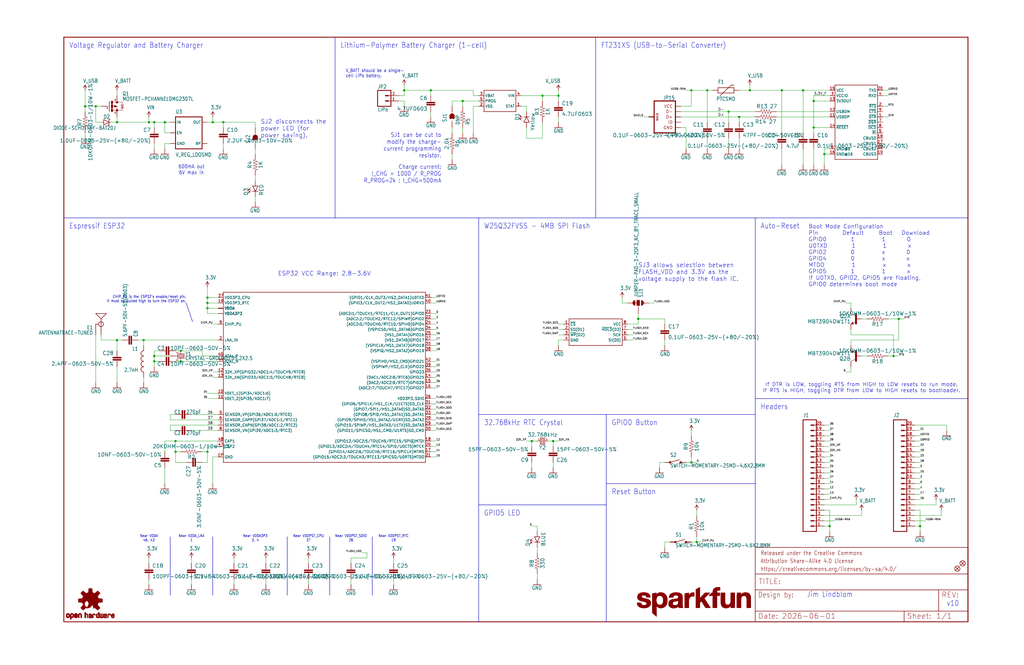
<source format=kicad_sch>
(kicad_sch (version 20230121) (generator eeschema)
  (paper "User" 489.052 317.906)
  (lib_symbols
    (symbol "esp32-thing-eagle-import:0.1UF-0603-25V-(+80/-20%)"
      (property "Reference" "C" (at 1.524 2.921 0))
      (symbol "0.1UF-0603-25V-(+80/-20%)_1_0"
        (pin passive line (at 0 5.08 270) (length 2.54) (name "1") (number "1"))
        (pin passive line (at 0 -2.54 90) (length 2.54) (name "2") (number "2"))
      )
    )
    (symbol "esp32-thing-eagle-import:1.0UF-0603-16V-10%"
      (property "Reference" "C" (at 1.524 2.921 0))
      (symbol "1.0UF-0603-16V-10%_1_0"
        (pin passive line (at 0 5.08 270) (length 2.54) (name "1") (number "1"))
        (pin passive line (at 0 -2.54 90) (length 2.54) (name "2") (number "2"))
      )
    )
    (symbol "esp32-thing-eagle-import:1.0UF-0805-25V-(+80/-20%)"
      (property "Reference" "C" (at 1.524 2.921 0))
      (symbol "1.0UF-0805-25V-(+80/-20%)_1_0"
        (pin passive line (at 0 5.08 270) (length 2.54) (name "1") (number "1"))
        (pin passive line (at 0 -2.54 90) (length 2.54) (name "2") (number "2"))
      )
    )
    (symbol "esp32-thing-eagle-import:100PF-0603-50V-5%"
      (property "Reference" "C" (at 1.524 2.921 0))
      (symbol "100PF-0603-50V-5%_1_0"
        (pin passive line (at 0 5.08 270) (length 2.54) (name "1") (number "1"))
        (pin passive line (at 0 -2.54 90) (length 2.54) (name "2") (number "2"))
      )
    )
    (symbol "esp32-thing-eagle-import:10KOHM-0603-1/10W-1%"
      (property "Reference" "R" (at 0 1.524 0))
      (symbol "10KOHM-0603-1/10W-1%_1_0"
        (pin passive line (at -5.08 0 0) (length 2.54) (name "1") (number "1"))
        (pin passive line (at 5.08 0 180) (length 2.54) (name "2") (number "2"))
      )
    )
    (symbol "esp32-thing-eagle-import:10KOHM-1/10W-1%(0603)0603"
      (property "Reference" "R" (at 0 1.524 0))
      (symbol "10KOHM-1/10W-1%(0603)0603_1_0"
        (pin passive line (at -5.08 0 0) (length 2.54) (name "1") (number "1"))
        (pin passive line (at 5.08 0 180) (length 2.54) (name "2") (number "2"))
      )
    )
    (symbol "esp32-thing-eagle-import:10NF-0603-50V-10%"
      (property "Reference" "C" (at 1.524 2.921 0))
      (symbol "10NF-0603-50V-10%_1_0"
        (pin passive line (at 0 5.08 270) (length 2.54) (name "1") (number "1"))
        (pin passive line (at 0 -2.54 90) (length 2.54) (name "2") (number "2"))
      )
    )
    (symbol "esp32-thing-eagle-import:10PF-0603-50V-5%"
      (property "Reference" "C" (at 1.524 2.921 0))
      (symbol "10PF-0603-50V-5%_1_0"
        (pin passive line (at 0 5.08 270) (length 2.54) (name "1") (number "1"))
        (pin passive line (at 0 -2.54 90) (length 2.54) (name "2") (number "2"))
      )
    )
    (symbol "esp32-thing-eagle-import:10UF-0603-6.3V-20%"
      (property "Reference" "C" (at 1.524 2.921 0))
      (symbol "10UF-0603-6.3V-20%_1_0"
        (pin passive line (at 0 5.08 270) (length 2.54) (name "1") (number "1"))
        (pin passive line (at 0 -2.54 90) (length 2.54) (name "2") (number "2"))
      )
    )
    (symbol "esp32-thing-eagle-import:15PF-0603-50V-5%"
      (property "Reference" "C" (at 1.524 2.921 0))
      (symbol "15PF-0603-50V-5%_1_0"
        (pin passive line (at 0 5.08 270) (length 2.54) (name "1") (number "1"))
        (pin passive line (at 0 -2.54 90) (length 2.54) (name "2") (number "2"))
      )
    )
    (symbol "esp32-thing-eagle-import:1KOHM-1/10W-1%(0603)"
      (property "Reference" "R" (at 0 1.524 0))
      (symbol "1KOHM-1/10W-1%(0603)_1_0"
        (pin passive line (at -5.08 0 0) (length 2.54) (name "1") (number "1"))
        (pin passive line (at 5.08 0 180) (length 2.54) (name "2") (number "2"))
      )
    )
    (symbol "esp32-thing-eagle-import:2.0KOHM1/10W5%(0603)"
      (property "Reference" "R" (at 0 1.524 0))
      (symbol "2.0KOHM1/10W5%(0603)_1_0"
        (pin passive line (at -5.08 0 0) (length 2.54) (name "1") (number "1"))
        (pin passive line (at 5.08 0 180) (length 2.54) (name "2") (number "2"))
      )
    )
    (symbol "esp32-thing-eagle-import:2.2UF-0603-10V-20%"
      (property "Reference" "C" (at 1.524 2.921 0))
      (symbol "2.2UF-0603-10V-20%_1_0"
        (pin passive line (at 0 5.08 270) (length 2.54) (name "1") (number "1"))
        (pin passive line (at 0 -2.54 90) (length 2.54) (name "2") (number "2"))
      )
    )
    (symbol "esp32-thing-eagle-import:2.4PF-0603-50V-5%"
      (property "Reference" "C" (at 1.524 2.921 0))
      (symbol "2.4PF-0603-50V-5%_1_0"
        (pin passive line (at 0 5.08 270) (length 2.54) (name "1") (number "1"))
        (pin passive line (at 0 -2.54 90) (length 2.54) (name "2") (number "2"))
      )
    )
    (symbol "esp32-thing-eagle-import:20KOHM-0603-1/10W-1%"
      (property "Reference" "R" (at 0 1.524 0))
      (symbol "20KOHM-0603-1/10W-1%_1_0"
        (pin passive line (at -5.08 0 0) (length 2.54) (name "1") (number "1"))
        (pin passive line (at 5.08 0 180) (length 2.54) (name "2") (number "2"))
      )
    )
    (symbol "esp32-thing-eagle-import:270PF-50V-5%(0603)"
      (property "Reference" "C" (at 1.524 2.921 0))
      (symbol "270PF-50V-5%(0603)_1_0"
        (pin passive line (at 0 5.08 270) (length 2.54) (name "1") (number "1"))
        (pin passive line (at 0 -2.54 90) (length 2.54) (name "2") (number "2"))
      )
    )
    (symbol "esp32-thing-eagle-import:27OHM1/10W1%(0603)0603-RES"
      (property "Reference" "R" (at 0 1.524 0))
      (symbol "27OHM1/10W1%(0603)0603-RES_1_0"
        (pin passive line (at -5.08 0 0) (length 2.54) (name "1") (number "1"))
        (pin passive line (at 5.08 0 180) (length 2.54) (name "2") (number "2"))
      )
    )
    (symbol "esp32-thing-eagle-import:3.0NF-0603-50V-5%"
      (property "Reference" "C" (at 1.524 2.921 0))
      (symbol "3.0NF-0603-50V-5%_1_0"
        (pin passive line (at 0 5.08 270) (length 2.54) (name "1") (number "1"))
        (pin passive line (at 0 -2.54 90) (length 2.54) (name "2") (number "2"))
      )
    )
    (symbol "esp32-thing-eagle-import:3.3V" (power)
      (property "Value" "3.3V" (at -1.016 3.556 0))
      (symbol "3.3V_1_0"
        (pin power_in line (at 0 0 90) (length 2.54) (name "3.3V") (number "1"))
      )
    )
    (symbol "esp32-thing-eagle-import:330OHM1/10W1%(0603)"
      (property "Reference" "R" (at 0 1.524 0))
      (symbol "330OHM1/10W1%(0603)_1_0"
        (pin passive line (at -5.08 0 0) (length 2.54) (name "1") (number "1"))
        (pin passive line (at 5.08 0 180) (length 2.54) (name "2") (number "2"))
      )
    )
    (symbol "esp32-thing-eagle-import:4.7UF-6.3V-10%(0603)0603"
      (property "Reference" "C" (at 1.524 2.921 0))
      (symbol "4.7UF-6.3V-10%(0603)0603_1_0"
        (pin passive line (at 0 5.08 270) (length 2.54) (name "1") (number "1"))
        (pin passive line (at 0 -2.54 90) (length 2.54) (name "2") (number "2"))
      )
    )
    (symbol "esp32-thing-eagle-import:4.7UF0603"
      (property "Reference" "C" (at 1.524 2.921 0))
      (symbol "4.7UF0603_1_0"
        (pin passive line (at 0 5.08 270) (length 2.54) (name "1") (number "1"))
        (pin passive line (at 0 -2.54 90) (length 2.54) (name "2") (number "2"))
      )
    )
    (symbol "esp32-thing-eagle-import:47PF-0603-50V-5%"
      (property "Reference" "C" (at 1.524 2.921 0))
      (symbol "47PF-0603-50V-5%_1_0"
        (pin passive line (at 0 5.08 270) (length 2.54) (name "1") (number "1"))
        (pin passive line (at 0 -2.54 90) (length 2.54) (name "2") (number "2"))
      )
    )
    (symbol "esp32-thing-eagle-import:5.6PF-50V-5%(0603)"
      (property "Reference" "C" (at 1.524 2.921 0))
      (symbol "5.6PF-50V-5%(0603)_1_0"
        (pin passive line (at 0 5.08 270) (length 2.54) (name "1") (number "1"))
        (pin passive line (at 0 -2.54 90) (length 2.54) (name "2") (number "2"))
      )
    )
    (symbol "esp32-thing-eagle-import:ANTENNATRACE-TUNED"
      (property "Reference" "E" (at 3.81 -7.62 0))
      (symbol "ANTENNATRACE-TUNED_1_0"
        (pin bidirectional line (at 0 -10.16 90) (length 2.54) (name "SIGNAL") (number "ANT"))
        (pin bidirectional line (at 2.54 -10.16 90) (length 2.54) (name "GND") (number "GND"))
        (pin bidirectional line (at 2.54 -10.16 90) (length 2.54) (name "GND") (number "GND2"))
      )
    )
    (symbol "esp32-thing-eagle-import:CRYSTAL-32.768KHZSMD-3.2X1.5"
      (property "Reference" "Y" (at 0 2.032 0))
      (symbol "CRYSTAL-32.768KHZSMD-3.2X1.5_1_0"
        (text "1" (at -2.159 -1.143 0) (effects (font (size 0.8636 0.734)) (justify left bottom)))
        (text "2" (at 1.524 -1.143 0) (effects (font (size 0.8636 0.734)) (justify left bottom)))
        (pin passive line (at -2.54 0 0) (length 0) (name "1") (number "P$1"))
        (pin passive line (at 2.54 0 180) (length 0) (name "2") (number "P$2"))
      )
    )
    (symbol "esp32-thing-eagle-import:CRYSTAL-GROUNDED3.2X2.5"
      (property "Reference" "Y" (at 2.54 2.54 0))
      (symbol "CRYSTAL-GROUNDED3.2X2.5_1_0"
        (text "1" (at -2.159 -1.143 0) (effects (font (size 0.8636 0.734)) (justify left bottom)))
        (text "2" (at 1.524 -1.143 0) (effects (font (size 0.8636 0.734)) (justify left bottom)))
        (pin passive line (at -2.54 0 0) (length 0) (name "1") (number "1"))
        (pin passive line (at 0 -5.08 90) (length 2.54) (name "GND") (number "2"))
        (pin passive line (at 2.54 0 180) (length 0) (name "2") (number "3"))
        (pin passive line (at 0 -5.08 90) (length 2.54) (name "GND") (number "4"))
      )
    )
    (symbol "esp32-thing-eagle-import:DIODE-SCHOTTKY-BAT20J"
      (property "Reference" "D" (at 2.54 0.4826 0))
      (symbol "DIODE-SCHOTTKY-BAT20J_1_0"
        (pin passive line (at -2.54 0 0) (length 0) (name "A") (number "A"))
        (pin passive line (at 2.54 0 180) (length 0) (name "C") (number "C"))
      )
    )
    (symbol "esp32-thing-eagle-import:ESP3212"
      (symbol "ESP3212_1_0"
        (pin bidirectional line (at -50.8 33.02 0) (length 2.54) (name "VDDA") (number "1"))
        (pin bidirectional line (at -50.8 -7.62 0) (length 2.54) (name "VDET_1(GPI34/ADC1:6)") (number "10"))
        (pin bidirectional line (at -50.8 -10.16 0) (length 2.54) (name "VDET_2(GPI35/ADC1:7)") (number "11"))
        (pin bidirectional line (at -50.8 2.54 0) (length 2.54) (name "32K_XP(GPIO32/ADC1:4/TOUCH9/RTC9)") (number "12"))
        (pin bidirectional line (at -50.8 0 0) (length 2.54) (name "32K_XN(GPIO33/ADC1:5/TOUCH8/RTC8)") (number "13"))
        (pin bidirectional line (at 50.8 0 180) (length 2.54) (name "(DAC1/ADC2:8/RTC6)GPIO25") (number "14"))
        (pin bidirectional line (at 50.8 -2.54 180) (length 2.54) (name "(DAC2/ADC2:9/RTC7)GPIO26") (number "15"))
        (pin bidirectional line (at 50.8 -5.08 180) (length 2.54) (name "(ADC2:7/TOUCH7/RTC17)GPIO27") (number "16"))
        (pin bidirectional line (at 50.8 -35.56 180) (length 2.54) (name "(GPIO14/ADC2:6/TOUCH6/RTC16/SPICLK)MTMS") (number "17"))
        (pin bidirectional line (at 50.8 -30.48 180) (length 2.54) (name "(GPIO12/ADC2:5/TOUCH5/RTC15/SPIQ)MTDI") (number "18"))
        (pin bidirectional line (at -50.8 35.56 0) (length 2.54) (name "VDD3P3_RTC") (number "19"))
        (pin bidirectional line (at -50.8 17.78 0) (length 2.54) (name "LNA_IN") (number "2"))
        (pin bidirectional line (at 50.8 -33.02 180) (length 2.54) (name "(GPIO13/ADC2:4/TOUCH4/RTC14/SPID/U0CTS)MTCK") (number "20"))
        (pin bidirectional line (at 50.8 -38.1 180) (length 2.54) (name "(GPIO15/ADC2:3/TOUCH3/RTC13/SPICSO/U0RTS)MTDO") (number "21"))
        (pin bidirectional line (at 50.8 27.94 180) (length 2.54) (name "(ADC2:2/TOUCH2/RTC12/SPIWP)GPIO2") (number "22"))
        (pin bidirectional line (at 50.8 30.48 180) (length 2.54) (name "(ADC2:1/TOUCH1/RTC11/CLK_OUT1)GPIO0") (number "23"))
        (pin bidirectional line (at 50.8 25.4 180) (length 2.54) (name "(ADC2:0/TOUCH0/RTC10/SPIHD)GPIO4") (number "24"))
        (pin bidirectional line (at 50.8 20.32 180) (length 2.54) (name "(HS1_DATA4)GPIO16") (number "25"))
        (pin bidirectional line (at 50.8 -10.16 180) (length 2.54) (name "VDD3P3_SDIO") (number "26"))
        (pin bidirectional line (at 50.8 17.78 180) (length 2.54) (name "(HS1_DATA5)GPIO17") (number "27"))
        (pin bidirectional line (at 50.8 -20.32 180) (length 2.54) (name "(GPIO9/SPIHD/HS1_DATA2/U1RX)SD_DATA2") (number "28"))
        (pin bidirectional line (at 50.8 -22.86 180) (length 2.54) (name "(GPIO10/SPIWP/HS1_DATA3/U1TX)SD_DATA3") (number "29"))
        (pin bidirectional line (at -50.8 30.48 0) (length 2.54) (name "VDDA3P3") (number "3"))
        (pin bidirectional line (at 50.8 -25.4 180) (length 2.54) (name "(GPIO11/SPICSO/HS1_CMD/U1RTS)SD_CMD") (number "30"))
        (pin bidirectional line (at 50.8 -12.7 180) (length 2.54) (name "(GPIO6/SPICLK/HS1_CLK/U1CTS)SD_CLK") (number "31"))
        (pin bidirectional line (at 50.8 -15.24 180) (length 2.54) (name "(GPIO7/SPI1/HS1_DATA0)SD_DATA0") (number "32"))
        (pin bidirectional line (at 50.8 -17.78 180) (length 2.54) (name "(GPIO8/SPID/HS1_DATA1)SD_DATA1") (number "33"))
        (pin bidirectional line (at 50.8 22.86 180) (length 2.54) (name "(VSPICS0/HS1_DATA6)GPIO5") (number "34"))
        (pin bidirectional line (at 50.8 15.24 180) (length 2.54) (name "(VSPICLK/HS1_DATA7)GPIO18") (number "35"))
        (pin bidirectional line (at 50.8 2.54 180) (length 2.54) (name "GPIO23") (number "36"))
        (pin bidirectional line (at -50.8 38.1 0) (length 2.54) (name "VDD3P3_CPU") (number "37"))
        (pin bidirectional line (at 50.8 12.7 180) (length 2.54) (name "(VSPIQ/HS2_DATA2)GPIO19") (number "38"))
        (pin bidirectional line (at 50.8 5.08 180) (length 2.54) (name "(VSPIWP/HS2_CLK)GPIO22") (number "39"))
        (pin bidirectional line (at -50.8 30.48 0) (length 2.54) (name "VDDA3P3") (number "4"))
        (pin bidirectional line (at 50.8 35.56 180) (length 2.54) (name "(GPIO3/CLK_OUT2/HS2_DATA0)U0RXD") (number "40"))
        (pin bidirectional line (at 50.8 38.1 180) (length 2.54) (name "(GPIO1/CLK_OUT3/HS2_DATA1)U0TXD") (number "41"))
        (pin bidirectional line (at 50.8 7.62 180) (length 2.54) (name "(VSPIHD/HS2_CMD)GPIO21") (number "42"))
        (pin bidirectional line (at -50.8 33.02 0) (length 2.54) (name "VDDA") (number "43"))
        (pin bidirectional line (at -50.8 7.62 0) (length 2.54) (name "XTAL_N") (number "44"))
        (pin bidirectional line (at -50.8 10.16 0) (length 2.54) (name "XTAL_P") (number "45"))
        (pin bidirectional line (at -50.8 33.02 0) (length 2.54) (name "VDDA") (number "46"))
        (pin bidirectional line (at -50.8 -33.02 0) (length 2.54) (name "CAP2") (number "47"))
        (pin bidirectional line (at -50.8 -30.48 0) (length 2.54) (name "CAP1") (number "48"))
        (pin bidirectional line (at -50.8 -17.78 0) (length 2.54) (name "SENSOR_VP(GPI36/ADC1:0/RTC0)") (number "5"))
        (pin bidirectional line (at -50.8 -20.32 0) (length 2.54) (name "SENSOR_CAPP(GPI37/ADC1:1/RTC1)") (number "6"))
        (pin bidirectional line (at -50.8 -22.86 0) (length 2.54) (name "SENSOR_CAPN(GPI38/ADC1:2/RTC2)") (number "7"))
        (pin bidirectional line (at -50.8 -25.4 0) (length 2.54) (name "SENSOR_VN(GPI39/ADC1:3/RTC3)") (number "8"))
        (pin bidirectional line (at -50.8 25.4 0) (length 2.54) (name "CHIP_PU") (number "9"))
        (pin bidirectional line (at -50.8 -38.1 0) (length 2.54) (name "GND") (number "EP"))
      )
    )
    (symbol "esp32-thing-eagle-import:FIDUCIALUFIDUCIAL")
    (symbol "esp32-thing-eagle-import:FRAME-LEDGER"
      (symbol "FRAME-LEDGER_2_0"
        (text "${#}/${##}" (at 86.36 1.27 0) (effects (font (size 2.54 2.54)) (justify left bottom)))
        (text "${CURRENT_DATE}" (at 12.7 1.27 0) (effects (font (size 2.54 2.54)) (justify left bottom)))
        (text "${PROJECTNAME}" (at 15.494 17.78 0) (effects (font (size 2.7432 2.7432)) (justify left bottom)))
        (text "Attribution Share-Alike 4.0 License" (at 2.54 27.94 0) (effects (font (size 1.9304 1.6408)) (justify left bottom)))
        (text "Date:" (at 1.27 1.27 0) (effects (font (size 2.54 2.54)) (justify left bottom)))
        (text "Design by:" (at 1.27 11.43 0) (effects (font (size 2.54 2.159)) (justify left bottom)))
        (text "https://creativecommons.org/licenses/by-sa/4.0/" (at 2.54 24.13 0) (effects (font (size 1.9304 1.6408)) (justify left bottom)))
        (text "Released under the Creative Commons" (at 2.54 31.75 0) (effects (font (size 1.9304 1.6408)) (justify left bottom)))
        (text "REV:" (at 88.9 11.43 0) (effects (font (size 2.54 2.54)) (justify left bottom)))
        (text "Sheet:" (at 72.39 1.27 0) (effects (font (size 2.54 2.54)) (justify left bottom)))
        (text "TITLE:" (at 1.524 17.78 0) (effects (font (size 2.54 2.54)) (justify left bottom)))
      )
    )
    (symbol "esp32-thing-eagle-import:FT231XS"
      (symbol "FT231XS_1_0"
        (pin bidirectional line (at 12.7 2.54 180) (length 2.54) (name "~{DTR}") (number "1"))
        (pin bidirectional line (at 12.7 -12.7 180) (length 2.54) (name "CBUS2") (number "10"))
        (pin bidirectional line (at -12.7 2.54 0) (length 2.54) (name "USBDP") (number "11"))
        (pin bidirectional line (at -12.7 5.08 0) (length 2.54) (name "USBDM") (number "12"))
        (pin bidirectional line (at -12.7 10.16 0) (length 2.54) (name "3V3OUT") (number "13"))
        (pin bidirectional line (at -12.7 -2.54 0) (length 2.54) (name "~{RESET}") (number "14"))
        (pin bidirectional line (at -12.7 15.24 0) (length 2.54) (name "VCC") (number "15"))
        (pin bidirectional line (at -12.7 -15.24 0) (length 2.54) (name "GND@16") (number "16"))
        (pin bidirectional line (at 12.7 -10.16 180) (length 2.54) (name "CBUS1") (number "17"))
        (pin bidirectional line (at 12.7 -7.62 180) (length 2.54) (name "CBUS0") (number "18"))
        (pin bidirectional line (at 12.7 -15.24 180) (length 2.54) (name "CBUS3") (number "19"))
        (pin bidirectional line (at 12.7 7.62 180) (length 2.54) (name "~{RTS}") (number "2"))
        (pin bidirectional line (at 12.7 15.24 180) (length 2.54) (name "TXD") (number "20"))
        (pin bidirectional line (at -12.7 12.7 0) (length 2.54) (name "VCCIO") (number "3"))
        (pin bidirectional line (at 12.7 12.7 180) (length 2.54) (name "RXD") (number "4"))
        (pin bidirectional line (at 12.7 -5.08 180) (length 2.54) (name "~{RI}") (number "5"))
        (pin bidirectional line (at -12.7 -12.7 0) (length 2.54) (name "GND@6") (number "6"))
        (pin bidirectional line (at 12.7 0 180) (length 2.54) (name "~{DSR}") (number "7"))
        (pin bidirectional line (at 12.7 -2.54 180) (length 2.54) (name "~{DCD}") (number "8"))
        (pin bidirectional line (at 12.7 5.08 180) (length 2.54) (name "~{CTS}") (number "9"))
      )
    )
    (symbol "esp32-thing-eagle-import:GND" (power)
      (property "Value" "GND" (at -2.54 -2.54 0))
      (symbol "GND_1_0"
        (pin power_in line (at 0 2.54 270) (length 2.54) (name "GND") (number "1"))
      )
    )
    (symbol "esp32-thing-eagle-import:INDUCTOR0603"
      (property "Reference" "L" (at 2.54 5.08 0))
      (symbol "INDUCTOR0603_1_0"
        (pin passive line (at 0 7.62 270) (length 2.54) (name "1") (number "1"))
        (pin passive line (at 0 -7.62 90) (length 2.54) (name "2") (number "2"))
      )
    )
    (symbol "esp32-thing-eagle-import:JUMPER-PAD-2-NC_BY_TRACE"
      (property "Reference" "JP" (at -2.54 2.54 0))
      (symbol "JUMPER-PAD-2-NC_BY_TRACE_1_0"
        (pin passive line (at -5.08 0 0) (length 2.54) (name "1") (number "1"))
        (pin passive line (at 5.08 0 180) (length 2.54) (name "2") (number "2"))
      )
    )
    (symbol "esp32-thing-eagle-import:JUMPER-PAD-3-2OF3_NC_BY_TRACE_SMALL"
      (property "Reference" "JP" (at 2.54 0.381 0))
      (symbol "JUMPER-PAD-3-2OF3_NC_BY_TRACE_SMALL_1_0"
        (pin passive line (at 0 5.08 270) (length 2.54) (name "1") (number "1"))
        (pin passive line (at -5.08 0 0) (length 2.54) (name "2") (number "2"))
        (pin passive line (at 0 -5.08 90) (length 2.54) (name "3") (number "3"))
      )
    )
    (symbol "esp32-thing-eagle-import:LED-BLUE0603"
      (property "Reference" "D" (at -3.429 -4.572 90))
      (symbol "LED-BLUE0603_1_0"
        (pin passive line (at 0 2.54 270) (length 2.54) (name "A") (number "A"))
        (pin passive line (at 0 -5.08 90) (length 2.54) (name "C") (number "C"))
      )
    )
    (symbol "esp32-thing-eagle-import:LED-RED0603"
      (property "Reference" "D" (at -3.429 -4.572 90))
      (symbol "LED-RED0603_1_0"
        (pin passive line (at 0 2.54 270) (length 2.54) (name "A") (number "A"))
        (pin passive line (at 0 -5.08 90) (length 2.54) (name "C") (number "C"))
      )
    )
    (symbol "esp32-thing-eagle-import:LED-YELLOW0603"
      (property "Reference" "D" (at -3.429 -4.572 90))
      (symbol "LED-YELLOW0603_1_0"
        (pin passive line (at 0 2.54 270) (length 2.54) (name "A") (number "A"))
        (pin passive line (at 0 -5.08 90) (length 2.54) (name "C") (number "C"))
      )
    )
    (symbol "esp32-thing-eagle-import:M02JST-PTH-2"
      (property "Reference" "J" (at -2.54 5.842 0))
      (symbol "M02JST-PTH-2_1_0"
        (pin passive line (at 7.62 0 180) (length 5.08) (name "1") (number "1"))
        (pin passive line (at 7.62 2.54 180) (length 5.08) (name "2") (number "2"))
      )
    )
    (symbol "esp32-thing-eagle-import:M20NOSILK"
      (property "Reference" "J" (at 0 57.15 0))
      (symbol "M20NOSILK_1_0"
        (pin passive line (at 10.16 5.08 180) (length 5.08) (name "1") (number "1"))
        (pin passive line (at 10.16 27.94 180) (length 5.08) (name "10") (number "10"))
        (pin passive line (at 10.16 30.48 180) (length 5.08) (name "11") (number "11"))
        (pin passive line (at 10.16 33.02 180) (length 5.08) (name "12") (number "12"))
        (pin passive line (at 10.16 35.56 180) (length 5.08) (name "13") (number "13"))
        (pin passive line (at 10.16 38.1 180) (length 5.08) (name "14") (number "14"))
        (pin passive line (at 10.16 40.64 180) (length 5.08) (name "15") (number "15"))
        (pin passive line (at 10.16 43.18 180) (length 5.08) (name "16") (number "16"))
        (pin passive line (at 10.16 45.72 180) (length 5.08) (name "17") (number "17"))
        (pin passive line (at 10.16 48.26 180) (length 5.08) (name "18") (number "18"))
        (pin passive line (at 10.16 50.8 180) (length 5.08) (name "19") (number "19"))
        (pin passive line (at 10.16 7.62 180) (length 5.08) (name "2") (number "2"))
        (pin passive line (at 10.16 53.34 180) (length 5.08) (name "20") (number "20"))
        (pin passive line (at 10.16 10.16 180) (length 5.08) (name "3") (number "3"))
        (pin passive line (at 10.16 12.7 180) (length 5.08) (name "4") (number "4"))
        (pin passive line (at 10.16 15.24 180) (length 5.08) (name "5") (number "5"))
        (pin passive line (at 10.16 17.78 180) (length 5.08) (name "6") (number "6"))
        (pin passive line (at 10.16 20.32 180) (length 5.08) (name "7") (number "7"))
        (pin passive line (at 10.16 22.86 180) (length 5.08) (name "8") (number "8"))
        (pin passive line (at 10.16 25.4 180) (length 5.08) (name "9") (number "9"))
      )
    )
    (symbol "esp32-thing-eagle-import:MBT3904DW1T1"
      (property "Reference" "Q" (at 2.54 1.27 0))
      (symbol "MBT3904DW1T1_1_0"
        (pin passive line (at 2.54 5.08 270) (length 2.54) (name "C") (number "3"))
        (pin passive line (at 2.54 -5.08 90) (length 2.54) (name "E") (number "4"))
        (pin passive line (at -2.54 0 0) (length 2.54) (name "B") (number "5"))
      )
      (symbol "MBT3904DW1T1_2_0"
        (pin passive line (at 2.54 -5.08 90) (length 2.54) (name "E") (number "1"))
        (pin passive line (at -2.54 0 0) (length 2.54) (name "B") (number "2"))
        (pin passive line (at 2.54 5.08 270) (length 2.54) (name "C") (number "6"))
      )
    )
    (symbol "esp32-thing-eagle-import:MCP73831"
      (symbol "MCP73831_1_0"
        (pin output line (at -10.16 -2.54 0) (length 2.54) (name "STAT") (number "1"))
        (pin power_in line (at 10.16 -2.54 180) (length 2.54) (name "VSS") (number "2"))
        (pin power_in line (at 10.16 2.54 180) (length 2.54) (name "VBAT") (number "3"))
        (pin power_in line (at -10.16 2.54 0) (length 2.54) (name "VIN") (number "4"))
        (pin input line (at 10.16 0 180) (length 2.54) (name "PROG") (number "5"))
      )
    )
    (symbol "esp32-thing-eagle-import:MOSFET-PCHANNELDMG2307L"
      (property "Reference" "Q" (at 5.08 2.54 0))
      (symbol "MOSFET-PCHANNELDMG2307L_1_0"
        (text "D" (at -1.27 2.54 0) (effects (font (size 0.8128 0.6908)) (justify left bottom)))
        (text "G" (at -5.08 -1.27 0) (effects (font (size 0.8128 0.6908)) (justify left bottom)))
        (text "S" (at -1.27 -3.556 0) (effects (font (size 0.8128 0.6908)) (justify left bottom)))
        (pin passive line (at -7.62 0 0) (length 2.54) (name "G") (number "1"))
        (pin passive line (at 0 -5.08 90) (length 2.54) (name "S") (number "2"))
        (pin passive line (at 0 5.08 270) (length 2.54) (name "D") (number "3"))
      )
    )
    (symbol "esp32-thing-eagle-import:OSHW-LOGOMINI")
    (symbol "esp32-thing-eagle-import:PTCSMD"
      (property "Reference" "F" (at -2.54 3.048 0))
      (symbol "PTCSMD_1_0"
        (pin bidirectional line (at -5.08 0 0) (length 2.54) (name "1") (number "1"))
        (pin bidirectional line (at 7.62 0 180) (length 2.54) (name "2") (number "2"))
      )
    )
    (symbol "esp32-thing-eagle-import:RESISTORPTH-1/6W"
      (property "Reference" "R" (at -3.81 1.4986 0))
      (symbol "RESISTORPTH-1/6W_1_0"
        (pin passive line (at -5.08 0 0) (length 2.54) (name "1") (number "1"))
        (pin passive line (at 5.08 0 180) (length 2.54) (name "2") (number "2"))
      )
    )
    (symbol "esp32-thing-eagle-import:SFE_LOGO_NAME.2_INCH")
    (symbol "esp32-thing-eagle-import:SWITCH-MOMENTARY-2SMD-4.6X2.8MM"
      (property "Reference" "S" (at -2.54 2.54 0))
      (symbol "SWITCH-MOMENTARY-2SMD-4.6X2.8MM_1_0"
        (pin passive line (at -5.08 0 0) (length 2.54) (name "1") (number "1"))
        (pin passive line (at -5.08 0 0) (length 2.54) (name "1") (number "2"))
        (pin passive line (at 5.08 0 180) (length 2.54) (name "2") (number "3"))
        (pin passive line (at 5.08 0 180) (length 2.54) (name "2") (number "4"))
      )
    )
    (symbol "esp32-thing-eagle-import:SparkFun-PowerSymbols_GND" (power)
      (property "Value" "SparkFun-PowerSymbols_GND" (at 0 -0.254 0))
      (symbol "SparkFun-PowerSymbols_GND_1_0"
        (pin power_in line (at 0 2.54 270) (length 2.54) (name "GND") (number "1"))
      )
    )
    (symbol "esp32-thing-eagle-import:SparkFun_GND" (power)
      (property "Value" "SparkFun_GND" (at -2.54 -2.54 0))
      (symbol "SparkFun_GND_1_0"
        (pin power_in line (at 0 2.54 270) (length 2.54) (name "GND") (number "1"))
      )
    )
    (symbol "esp32-thing-eagle-import:USB_MICROB_PLUGCONN-11752"
      (property "Reference" "J" (at -4.826 8.128 0))
      (symbol "USB_MICROB_PLUGCONN-11752_1_0"
        (text "D+" (at -3.81 0 0) (effects (font (size 1.4224 1.4224)) (justify left)))
        (text "D-" (at -3.81 2.54 0) (effects (font (size 1.4224 1.4224)) (justify left)))
        (text "GND" (at -3.81 -5.08 0) (effects (font (size 1.4224 1.4224)) (justify left)))
        (text "ID" (at -3.81 -2.54 0) (effects (font (size 1.4224 1.4224)) (justify left)))
        (text "SHIELD" (at 4.064 0 900) (effects (font (size 0.8128 0.6908)) (justify bottom)))
        (text "VCC" (at -3.81 5.08 0) (effects (font (size 1.4224 1.4224)) (justify left)))
        (pin bidirectional line (at -7.62 0 0) (length 2.54) (name "D+") (number "D+"))
        (pin bidirectional line (at -7.62 2.54 0) (length 2.54) (name "D-") (number "D-"))
        (pin bidirectional line (at -7.62 -5.08 0) (length 2.54) (name "GND") (number "GND"))
        (pin bidirectional line (at -7.62 -2.54 0) (length 2.54) (name "ID") (number "ID"))
        (pin bidirectional line (at 7.62 0 180) (length 2.54) (name "SHIELD") (number "SHIELD1"))
        (pin bidirectional line (at 7.62 0 180) (length 2.54) (name "SHIELD") (number "SHIELD2"))
        (pin bidirectional line (at 7.62 0 180) (length 2.54) (name "SHIELD") (number "SHIELD3"))
        (pin bidirectional line (at -7.62 5.08 0) (length 2.54) (name "VCC") (number "VBUS"))
      )
    )
    (symbol "esp32-thing-eagle-import:VIN" (power)
      (property "Value" "VIN" (at -1.016 3.556 0))
      (symbol "VIN_1_0"
        (pin power_in line (at 0 0 90) (length 2.54) (name "VIN") (number "1"))
      )
    )
    (symbol "esp32-thing-eagle-import:V_BATT" (power)
      (property "Value" "V_BATT" (at -1.016 3.556 0))
      (symbol "V_BATT_1_0"
        (pin power_in line (at 0 0 90) (length 2.54) (name "V_BATT") (number "1"))
      )
    )
    (symbol "esp32-thing-eagle-import:V_REG_LDOSMD"
      (property "Reference" "U" (at -7.62 9.144 0))
      (symbol "V_REG_LDOSMD_1_0"
        (pin input line (at -10.16 5.08 0) (length 2.54) (name "IN") (number "1"))
        (pin input line (at -10.16 -5.08 0) (length 2.54) (name "GND") (number "2"))
        (pin input line (at -10.16 0 0) (length 2.54) (name "EN") (number "3"))
        (pin input line (at 7.62 -5.08 180) (length 2.54) (name "BP") (number "4"))
        (pin passive line (at 7.62 5.08 180) (length 2.54) (name "OUT") (number "5"))
      )
    )
    (symbol "esp32-thing-eagle-import:V_USB" (power)
      (property "Value" "V_USB" (at -1.016 3.556 0))
      (symbol "V_USB_1_0"
        (pin power_in line (at 0 0 90) (length 2.54) (name "V_USB") (number "1"))
      )
    )
    (symbol "esp32-thing-eagle-import:W25Q32FVSS"
      (symbol "W25Q32FVSS_1_0"
        (pin bidirectional line (at -15.24 2.54 0) (length 2.54) (name "~{CS}") (number "1"))
        (pin bidirectional line (at -15.24 0 0) (length 2.54) (name "SO(D1)") (number "2"))
        (pin bidirectional line (at -15.24 -2.54 0) (length 2.54) (name "~{WP}(D2)") (number "3"))
        (pin bidirectional line (at -15.24 -5.08 0) (length 2.54) (name "GND") (number "4"))
        (pin bidirectional line (at 15.24 -5.08 180) (length 2.54) (name "SI(D0)") (number "5"))
        (pin bidirectional line (at 15.24 -2.54 180) (length 2.54) (name "SCK") (number "6"))
        (pin bidirectional line (at 15.24 0 180) (length 2.54) (name "~{HOLD}(D3)") (number "7"))
        (pin bidirectional line (at 15.24 2.54 180) (length 2.54) (name "VCC") (number "8"))
      )
    )
  )
  (junction (at 220.98 48.26))
  (junction (at 106.68 58.42))
  (junction (at 83.82 210.82))
  (junction (at 429.26 152.4))
  (junction (at 254 210.82))
  (junction (at 259.08 45.72))
  (junction (at 264.16 210.82))
  (junction (at 337.82 43.18))
  (junction (at 205.74 43.18))
  (junction (at 86.36 172.72))
  (junction (at 73.66 170.18))
  (junction (at 73.66 172.72))
  (junction (at 68.58 162.56))
  (junction (at 193.04 43.18))
  (junction (at 99.06 142.24))
  (junction (at 55.88 58.42))
  (junction (at 304.8 152.4))
  (junction (at 426.72 170.18))
  (junction (at 83.82 215.9))
  (junction (at 99.06 215.9))
  (junction (at 86.36 167.64))
  (junction (at 78.74 58.42))
  (junction (at 388.62 60.96))
  (junction (at 358.14 43.18))
  (junction (at 396.24 251.46))
  (junction (at 55.88 162.56))
  (junction (at 347.98 53.34))
  (junction (at 73.66 58.42))
  (junction (at 393.7 73.66))
  (junction (at 101.6 58.42))
  (junction (at 383.54 43.18))
  (junction (at 330.2 43.18))
  (junction (at 266.7 45.72))
  (junction (at 40.64 50.8))
  (junction (at 353.06 55.88))
  (junction (at 439.42 251.46))
  (junction (at 99.06 147.32))
  (junction (at 71.12 58.42))
  (junction (at 330.2 220.98))
  (junction (at 332.74 259.08))
  (junction (at 45.72 50.8))
  (junction (at 373.38 43.18))
  (junction (at 99.06 144.78))
  (junction (at 388.62 48.26))
  (wire (pts (xy 55.88 175.26) (xy 55.88 182.88)) (stroke (width 0.1524)))
  (wire (pts (xy 101.6 218.44) (xy 104.14 218.44)) (stroke (width 0.1524)))
  (wire (pts (xy 205.74 160.02) (xy 208.28 160.02)) (stroke (width 0.1524)))
  (polyline (pts (xy 228.6 241.3) (xy 228.6 297.18)) (stroke (width 0.2032) (type solid)))
  (polyline (pts (xy 289.56 241.3) (xy 289.56 297.18)) (stroke (width 0.2032) (type solid)))
  (wire (pts (xy 106.68 58.42) (xy 106.68 60.96)) (stroke (width 0.1524)))
  (wire (pts (xy 353.06 71.12) (xy 353.06 66.04)) (stroke (width 0.1524)))
  (wire (pts (xy 299.72 160.02) (xy 302.26 160.02)) (stroke (width 0.1524)))
  (wire (pts (xy 332.74 243.84) (xy 332.74 246.38)) (stroke (width 0.1524)))
  (wire (pts (xy 396.24 53.34) (xy 370.84 53.34)) (stroke (width 0.1524)))
  (wire (pts (xy 317.5 152.4) (xy 304.8 152.4)) (stroke (width 0.1524)))
  (wire (pts (xy 205.74 198.12) (xy 208.28 198.12)) (stroke (width 0.1524)))
  (wire (pts (xy 256.54 254) (xy 256.54 251.46)) (stroke (width 0.1524)))
  (wire (pts (xy 78.74 231.14) (xy 78.74 223.52)) (stroke (width 0.1524)))
  (wire (pts (xy 393.7 228.6) (xy 396.24 228.6)) (stroke (width 0.1524)))
  (wire (pts (xy 96.52 220.98) (xy 99.06 220.98)) (stroke (width 0.1524)))
  (wire (pts (xy 406.4 165.1) (xy 406.4 162.56)) (stroke (width 0.1524)))
  (wire (pts (xy 205.74 180.34) (xy 208.28 180.34)) (stroke (width 0.1524)))
  (wire (pts (xy 452.12 203.2) (xy 452.12 205.74)) (stroke (width 0.1524)))
  (polyline (pts (xy 289.56 241.3) (xy 228.6 241.3)) (stroke (width 0.2032) (type solid)))
  (wire (pts (xy 393.7 238.76) (xy 396.24 238.76)) (stroke (width 0.1524)))
  (polyline (pts (xy 289.56 231.14) (xy 289.56 241.3)) (stroke (width 0.2032) (type solid)))
  (wire (pts (xy 373.38 43.18) (xy 383.54 43.18)) (stroke (width 0.1524)))
  (wire (pts (xy 358.14 43.18) (xy 358.14 40.64)) (stroke (width 0.1524)))
  (wire (pts (xy 167.64 266.7) (xy 175.26 266.7)) (stroke (width 0.1524)))
  (wire (pts (xy 408.94 241.3) (xy 408.94 238.76)) (stroke (width 0.1524)))
  (wire (pts (xy 205.74 43.18) (xy 226.06 43.18)) (stroke (width 0.1524)))
  (wire (pts (xy 86.36 172.72) (xy 83.82 172.72)) (stroke (width 0.1524)))
  (wire (pts (xy 396.24 73.66) (xy 393.7 73.66)) (stroke (width 0.1524)))
  (wire (pts (xy 205.74 55.88) (xy 205.74 53.34)) (stroke (width 0.1524)))
  (wire (pts (xy 426.72 170.18) (xy 426.72 160.02)) (stroke (width 0.1524)))
  (wire (pts (xy 127 266.7) (xy 127 269.24)) (stroke (width 0.1524)))
  (polyline (pts (xy 160.02 17.78) (xy 160.02 104.14)) (stroke (width 0.2032) (type solid)))
  (wire (pts (xy 421.64 50.8) (xy 424.18 50.8)) (stroke (width 0.1524)))
  (wire (pts (xy 104.14 210.82) (xy 83.82 210.82)) (stroke (width 0.1524)))
  (wire (pts (xy 55.88 162.56) (xy 55.88 167.64)) (stroke (width 0.1524)))
  (wire (pts (xy 393.7 220.98) (xy 396.24 220.98)) (stroke (width 0.1524)))
  (polyline (pts (xy 30.48 104.14) (xy 160.02 104.14)) (stroke (width 0.2032) (type solid)))
  (wire (pts (xy 251.46 66.04) (xy 259.08 66.04)) (stroke (width 0.1524)))
  (wire (pts (xy 406.4 160.02) (xy 406.4 157.48)) (stroke (width 0.1524)))
  (wire (pts (xy 205.74 165.1) (xy 208.28 165.1)) (stroke (width 0.1524)))
  (wire (pts (xy 205.74 203.2) (xy 208.28 203.2)) (stroke (width 0.1524)))
  (wire (pts (xy 96.52 167.64) (xy 96.52 170.18)) (stroke (width 0.1524)))
  (wire (pts (xy 388.62 78.74) (xy 388.62 71.12)) (stroke (width 0.1524)))
  (wire (pts (xy 147.32 279.4) (xy 147.32 276.86)) (stroke (width 0.1524)))
  (wire (pts (xy 436.88 203.2) (xy 452.12 203.2)) (stroke (width 0.1524)))
  (polyline (pts (xy 360.68 104.14) (xy 462.28 104.14)) (stroke (width 0.2032) (type solid)))
  (wire (pts (xy 83.82 220.98) (xy 83.82 215.9)) (stroke (width 0.1524)))
  (wire (pts (xy 127 279.4) (xy 127 276.86)) (stroke (width 0.1524)))
  (wire (pts (xy 68.58 162.56) (xy 68.58 165.1)) (stroke (width 0.1524)))
  (wire (pts (xy 406.4 144.78) (xy 403.86 144.78)) (stroke (width 0.1524)))
  (wire (pts (xy 436.88 228.6) (xy 439.42 228.6)) (stroke (width 0.1524)))
  (wire (pts (xy 220.98 48.26) (xy 215.9 48.26)) (stroke (width 0.1524)))
  (polyline (pts (xy 360.68 231.14) (xy 360.68 198.12)) (stroke (width 0.2032) (type solid)))
  (wire (pts (xy 205.74 142.24) (xy 208.28 142.24)) (stroke (width 0.1524)))
  (wire (pts (xy 205.74 205.74) (xy 208.28 205.74)) (stroke (width 0.1524)))
  (wire (pts (xy 99.06 213.36) (xy 104.14 213.36)) (stroke (width 0.1524)))
  (wire (pts (xy 330.2 218.44) (xy 330.2 220.98)) (stroke (width 0.1524)))
  (wire (pts (xy 396.24 254) (xy 396.24 251.46)) (stroke (width 0.1524)))
  (wire (pts (xy 205.74 185.42) (xy 208.28 185.42)) (stroke (width 0.1524)))
  (wire (pts (xy 121.92 93.98) (xy 121.92 96.52)) (stroke (width 0.1524)))
  (wire (pts (xy 205.74 157.48) (xy 208.28 157.48)) (stroke (width 0.1524)))
  (wire (pts (xy 388.62 45.72) (xy 396.24 45.72)) (stroke (width 0.1524)))
  (wire (pts (xy 269.24 154.94) (xy 266.7 154.94)) (stroke (width 0.1524)))
  (polyline (pts (xy 289.56 231.14) (xy 289.56 198.12)) (stroke (width 0.2032) (type solid)))
  (wire (pts (xy 436.88 210.82) (xy 439.42 210.82)) (stroke (width 0.1524)))
  (wire (pts (xy 393.7 223.52) (xy 396.24 223.52)) (stroke (width 0.1524)))
  (wire (pts (xy 414.02 170.18) (xy 411.48 170.18)) (stroke (width 0.1524)))
  (wire (pts (xy 264.16 210.82) (xy 264.16 213.36)) (stroke (width 0.1524)))
  (wire (pts (xy 320.04 259.08) (xy 317.5 259.08)) (stroke (width 0.1524)))
  (wire (pts (xy 81.28 198.12) (xy 81.28 200.66)) (stroke (width 0.1524)))
  (wire (pts (xy 421.64 45.72) (xy 424.18 45.72)) (stroke (width 0.1524)))
  (wire (pts (xy 193.04 43.18) (xy 205.74 43.18)) (stroke (width 0.1524)))
  (wire (pts (xy 396.24 55.88) (xy 370.84 55.88)) (stroke (width 0.1524)))
  (wire (pts (xy 251.46 60.96) (xy 251.46 66.04)) (stroke (width 0.1524)))
  (wire (pts (xy 353.06 55.88) (xy 353.06 58.42)) (stroke (width 0.1524)))
  (wire (pts (xy 45.72 50.8) (xy 45.72 58.42)) (stroke (width 0.1524)))
  (wire (pts (xy 104.14 147.32) (xy 99.06 147.32)) (stroke (width 0.1524)))
  (wire (pts (xy 347.98 53.34) (xy 347.98 58.42)) (stroke (width 0.1524)))
  (wire (pts (xy 104.14 177.8) (xy 101.6 177.8)) (stroke (width 0.1524)))
  (polyline (pts (xy 360.68 198.12) (xy 360.68 190.5)) (stroke (width 0.2032) (type solid)))
  (wire (pts (xy 426.72 160.02) (xy 406.4 160.02)) (stroke (width 0.1524)))
  (wire (pts (xy 261.62 210.82) (xy 264.16 210.82)) (stroke (width 0.1524)))
  (wire (pts (xy 205.74 149.86) (xy 208.28 149.86)) (stroke (width 0.1524)))
  (wire (pts (xy 317.5 165.1) (xy 317.5 162.56)) (stroke (width 0.1524)))
  (wire (pts (xy 205.74 45.72) (xy 205.74 43.18)) (stroke (width 0.1524)))
  (wire (pts (xy 436.88 223.52) (xy 439.42 223.52)) (stroke (width 0.1524)))
  (wire (pts (xy 205.74 182.88) (xy 208.28 182.88)) (stroke (width 0.1524)))
  (polyline (pts (xy 228.6 198.12) (xy 228.6 241.3)) (stroke (width 0.2032) (type solid)))
  (wire (pts (xy 76.2 172.72) (xy 73.66 172.72)) (stroke (width 0.1524)))
  (wire (pts (xy 373.38 63.5) (xy 373.38 43.18)) (stroke (width 0.1524)))
  (wire (pts (xy 96.52 215.9) (xy 99.06 215.9)) (stroke (width 0.1524)))
  (wire (pts (xy 406.4 177.8) (xy 403.86 177.8)) (stroke (width 0.1524)))
  (polyline (pts (xy 228.6 198.12) (xy 289.56 198.12)) (stroke (width 0.2032) (type solid)))
  (wire (pts (xy 424.18 170.18) (xy 426.72 170.18)) (stroke (width 0.1524)))
  (polyline (pts (xy 228.6 104.14) (xy 284.48 104.14)) (stroke (width 0.2032) (type solid)))
  (wire (pts (xy 436.88 248.92) (xy 441.96 248.92)) (stroke (width 0.1524)))
  (polyline (pts (xy 360.68 231.14) (xy 289.56 231.14)) (stroke (width 0.2032) (type solid)))
  (wire (pts (xy 449.58 246.38) (xy 449.58 243.84)) (stroke (width 0.1524)))
  (wire (pts (xy 78.74 58.42) (xy 73.66 58.42)) (stroke (width 0.1524)))
  (wire (pts (xy 40.64 53.34) (xy 40.64 50.8)) (stroke (width 0.1524)))
  (wire (pts (xy 205.74 154.94) (xy 208.28 154.94)) (stroke (width 0.1524)))
  (wire (pts (xy 55.88 43.18) (xy 55.88 45.72)) (stroke (width 0.1524)))
  (wire (pts (xy 393.7 241.3) (xy 408.94 241.3)) (stroke (width 0.1524)))
  (wire (pts (xy 360.68 55.88) (xy 353.06 55.88)) (stroke (width 0.1524)))
  (wire (pts (xy 393.7 73.66) (xy 393.7 78.74)) (stroke (width 0.1524)))
  (polyline (pts (xy 101.6 256.54) (xy 101.6 284.48)) (stroke (width 0.2032) (type solid)))
  (wire (pts (xy 332.74 256.54) (xy 332.74 259.08)) (stroke (width 0.1524)))
  (wire (pts (xy 421.64 55.88) (xy 424.18 55.88)) (stroke (width 0.1524)))
  (wire (pts (xy 406.4 162.56) (xy 429.26 162.56)) (stroke (width 0.1524)))
  (wire (pts (xy 360.68 53.34) (xy 347.98 53.34)) (stroke (width 0.1524)))
  (wire (pts (xy 436.88 238.76) (xy 439.42 238.76)) (stroke (width 0.1524)))
  (wire (pts (xy 73.66 68.58) (xy 73.66 71.12)) (stroke (width 0.1524)))
  (wire (pts (xy 259.08 66.04) (xy 259.08 58.42)) (stroke (width 0.1524)))
  (wire (pts (xy 121.92 86.36) (xy 121.92 83.82)) (stroke (width 0.1524)))
  (wire (pts (xy 81.28 200.66) (xy 104.14 200.66)) (stroke (width 0.1524)))
  (wire (pts (xy 106.68 58.42) (xy 121.92 58.42)) (stroke (width 0.1524)))
  (wire (pts (xy 73.66 167.64) (xy 73.66 170.18)) (stroke (width 0.1524)))
  (wire (pts (xy 104.14 142.24) (xy 99.06 142.24)) (stroke (width 0.1524)))
  (wire (pts (xy 73.66 172.72) (xy 73.66 175.26)) (stroke (width 0.1524)))
  (wire (pts (xy 429.26 152.4) (xy 431.8 152.4)) (stroke (width 0.1524)))
  (wire (pts (xy 383.54 63.5) (xy 383.54 43.18)) (stroke (width 0.1524)))
  (wire (pts (xy 48.26 50.8) (xy 45.72 50.8)) (stroke (width 0.1524)))
  (wire (pts (xy 220.98 63.5) (xy 220.98 60.96)) (stroke (width 0.1524)))
  (wire (pts (xy 205.74 167.64) (xy 208.28 167.64)) (stroke (width 0.1524)))
  (wire (pts (xy 193.04 45.72) (xy 193.04 43.18)) (stroke (width 0.1524)))
  (wire (pts (xy 411.48 246.38) (xy 411.48 243.84)) (stroke (width 0.1524)))
  (wire (pts (xy 193.04 43.18) (xy 193.04 40.64)) (stroke (width 0.1524)))
  (wire (pts (xy 88.9 220.98) (xy 83.82 220.98)) (stroke (width 0.1524)))
  (wire (pts (xy 393.7 218.44) (xy 396.24 218.44)) (stroke (width 0.1524)))
  (wire (pts (xy 147.32 266.7) (xy 147.32 269.24)) (stroke (width 0.1524)))
  (wire (pts (xy 40.64 66.04) (xy 40.64 63.5)) (stroke (width 0.1524)))
  (wire (pts (xy 228.6 48.26) (xy 220.98 48.26)) (stroke (width 0.1524)))
  (wire (pts (xy 330.2 50.8) (xy 325.12 50.8)) (stroke (width 0.1524)))
  (wire (pts (xy 81.28 63.5) (xy 78.74 63.5)) (stroke (width 0.1524)))
  (wire (pts (xy 167.64 279.4) (xy 167.64 276.86)) (stroke (width 0.1524)))
  (wire (pts (xy 393.7 233.68) (xy 396.24 233.68)) (stroke (width 0.1524)))
  (wire (pts (xy 393.7 248.92) (xy 398.78 248.92)) (stroke (width 0.1524)))
  (wire (pts (xy 101.6 58.42) (xy 106.68 58.42)) (stroke (width 0.1524)))
  (wire (pts (xy 436.88 251.46) (xy 439.42 251.46)) (stroke (width 0.1524)))
  (wire (pts (xy 266.7 45.72) (xy 266.7 48.26)) (stroke (width 0.1524)))
  (wire (pts (xy 86.36 167.64) (xy 83.82 167.64)) (stroke (width 0.1524)))
  (wire (pts (xy 388.62 63.5) (xy 388.62 60.96)) (stroke (width 0.1524)))
  (wire (pts (xy 266.7 58.42) (xy 266.7 55.88)) (stroke (width 0.1524)))
  (wire (pts (xy 99.06 215.9) (xy 99.06 213.36)) (stroke (width 0.1524)))
  (wire (pts (xy 104.14 154.94) (xy 101.6 154.94)) (stroke (width 0.1524)))
  (wire (pts (xy 45.72 50.8) (xy 40.64 50.8)) (stroke (width 0.1524)))
  (wire (pts (xy 396.24 251.46) (xy 396.24 243.84)) (stroke (width 0.1524)))
  (wire (pts (xy 175.26 264.16) (xy 172.72 264.16)) (stroke (width 0.1524)))
  (wire (pts (xy 256.54 210.82) (xy 254 210.82)) (stroke (width 0.1524)))
  (wire (pts (xy 393.7 215.9) (xy 396.24 215.9)) (stroke (width 0.1524)))
  (wire (pts (xy 220.98 50.8) (xy 220.98 48.26)) (stroke (width 0.1524)))
  (wire (pts (xy 436.88 213.36) (xy 439.42 213.36)) (stroke (width 0.1524)))
  (wire (pts (xy 388.62 48.26) (xy 396.24 48.26)) (stroke (width 0.1524)))
  (polyline (pts (xy 228.6 104.14) (xy 228.6 198.12)) (stroke (width 0.2032) (type solid)))
  (wire (pts (xy 104.14 190.5) (xy 99.06 190.5)) (stroke (width 0.1524)))
  (wire (pts (xy 205.74 175.26) (xy 208.28 175.26)) (stroke (width 0.1524)))
  (wire (pts (xy 421.64 43.18) (xy 424.18 43.18)) (stroke (width 0.1524)))
  (wire (pts (xy 297.18 144.78) (xy 297.18 142.24)) (stroke (width 0.1524)))
  (wire (pts (xy 393.7 236.22) (xy 396.24 236.22)) (stroke (width 0.1524)))
  (wire (pts (xy 337.82 58.42) (xy 337.82 43.18)) (stroke (width 0.1524)))
  (wire (pts (xy 121.92 60.96) (xy 121.92 58.42)) (stroke (width 0.1524)))
  (wire (pts (xy 91.44 205.74) (xy 104.14 205.74)) (stroke (width 0.1524)))
  (wire (pts (xy 55.88 162.56) (xy 48.26 162.56)) (stroke (width 0.1524)))
  (wire (pts (xy 73.66 170.18) (xy 73.66 172.72)) (stroke (width 0.1524)))
  (wire (pts (xy 436.88 205.74) (xy 439.42 205.74)) (stroke (width 0.1524)))
  (wire (pts (xy 81.28 205.74) (xy 83.82 205.74)) (stroke (width 0.1524)))
  (polyline (pts (xy 160.02 104.14) (xy 228.6 104.14)) (stroke (width 0.2032) (type solid)))
  (wire (pts (xy 353.06 55.88) (xy 325.12 55.88)) (stroke (width 0.1524)))
  (wire (pts (xy 337.82 71.12) (xy 337.82 66.04)) (stroke (width 0.1524)))
  (polyline (pts (xy 289.56 198.12) (xy 360.68 198.12)) (stroke (width 0.2032) (type solid)))
  (wire (pts (xy 91.44 279.4) (xy 91.44 276.86)) (stroke (width 0.1524)))
  (wire (pts (xy 299.72 162.56) (xy 302.26 162.56)) (stroke (width 0.1524)))
  (wire (pts (xy 426.72 170.18) (xy 429.26 170.18)) (stroke (width 0.1524)))
  (wire (pts (xy 205.74 152.4) (xy 208.28 152.4)) (stroke (width 0.1524)))
  (wire (pts (xy 53.34 58.42) (xy 55.88 58.42)) (stroke (width 0.1524)))
  (wire (pts (xy 205.74 210.82) (xy 208.28 210.82)) (stroke (width 0.1524)))
  (wire (pts (xy 330.2 43.18) (xy 327.66 43.18)) (stroke (width 0.1524)))
  (wire (pts (xy 393.7 246.38) (xy 411.48 246.38)) (stroke (width 0.1524)))
  (wire (pts (xy 406.4 177.8) (xy 406.4 175.26)) (stroke (width 0.1524)))
  (wire (pts (xy 104.14 149.86) (xy 99.06 149.86)) (stroke (width 0.1524)))
  (wire (pts (xy 314.96 220.98) (xy 314.96 223.52)) (stroke (width 0.1524)))
  (wire (pts (xy 71.12 58.42) (xy 71.12 55.88)) (stroke (width 0.1524)))
  (wire (pts (xy 436.88 208.28) (xy 439.42 208.28)) (stroke (width 0.1524)))
  (wire (pts (xy 436.88 226.06) (xy 439.42 226.06)) (stroke (width 0.1524)))
  (wire (pts (xy 393.7 208.28) (xy 396.24 208.28)) (stroke (width 0.1524)))
  (wire (pts (xy 317.5 259.08) (xy 317.5 261.62)) (stroke (width 0.1524)))
  (wire (pts (xy 175.26 266.7) (xy 175.26 264.16)) (stroke (width 0.1524)))
  (wire (pts (xy 264.16 223.52) (xy 264.16 220.98)) (stroke (width 0.1524)))
  (wire (pts (xy 205.74 200.66) (xy 208.28 200.66)) (stroke (width 0.1524)))
  (wire (pts (xy 436.88 246.38) (xy 449.58 246.38)) (stroke (width 0.1524)))
  (wire (pts (xy 99.06 220.98) (xy 99.06 215.9)) (stroke (width 0.1524)))
  (wire (pts (xy 383.54 78.74) (xy 383.54 71.12)) (stroke (width 0.1524)))
  (wire (pts (xy 429.26 162.56) (xy 429.26 152.4)) (stroke (width 0.1524)))
  (wire (pts (xy 259.08 48.26) (xy 259.08 45.72)) (stroke (width 0.1524)))
  (wire (pts (xy 327.66 220.98) (xy 330.2 220.98)) (stroke (width 0.1524)))
  (wire (pts (xy 187.96 279.4) (xy 187.96 276.86)) (stroke (width 0.1524)))
  (wire (pts (xy 330.2 259.08) (xy 332.74 259.08)) (stroke (width 0.1524)))
  (wire (pts (xy 76.2 167.64) (xy 73.66 167.64)) (stroke (width 0.1524)))
  (wire (pts (xy 215.9 60.96) (xy 215.9 63.5)) (stroke (width 0.1524)))
  (wire (pts (xy 269.24 162.56) (xy 266.7 162.56)) (stroke (width 0.1524)))
  (polyline (pts (xy 284.48 104.14) (xy 360.68 104.14)) (stroke (width 0.2032) (type solid)))
  (wire (pts (xy 406.4 147.32) (xy 406.4 144.78)) (stroke (width 0.1524)))
  (wire (pts (xy 73.66 58.42) (xy 73.66 60.96)) (stroke (width 0.1524)))
  (wire (pts (xy 393.7 243.84) (xy 396.24 243.84)) (stroke (width 0.1524)))
  (wire (pts (xy 251.46 50.8) (xy 251.46 53.34)) (stroke (width 0.1524)))
  (wire (pts (xy 347.98 71.12) (xy 347.98 66.04)) (stroke (width 0.1524)))
  (wire (pts (xy 393.7 203.2) (xy 396.24 203.2)) (stroke (width 0.1524)))
  (wire (pts (xy 215.9 73.66) (xy 215.9 76.2)) (stroke (width 0.1524)))
  (wire (pts (xy 330.2 50.8) (xy 330.2 43.18)) (stroke (width 0.1524)))
  (wire (pts (xy 81.28 203.2) (xy 81.28 205.74)) (stroke (width 0.1524)))
  (wire (pts (xy 309.88 144.78) (xy 312.42 144.78)) (stroke (width 0.1524)))
  (wire (pts (xy 228.6 50.8) (xy 226.06 50.8)) (stroke (width 0.1524)))
  (wire (pts (xy 256.54 274.32) (xy 256.54 276.86)) (stroke (width 0.1524)))
  (wire (pts (xy 264.16 210.82) (xy 266.7 210.82)) (stroke (width 0.1524)))
  (wire (pts (xy 327.66 60.96) (xy 325.12 60.96)) (stroke (width 0.1524)))
  (wire (pts (xy 269.24 157.48) (xy 266.7 157.48)) (stroke (width 0.1524)))
  (wire (pts (xy 193.04 48.26) (xy 193.04 50.8)) (stroke (width 0.1524)))
  (wire (pts (xy 83.82 215.9) (xy 83.82 210.82)) (stroke (width 0.1524)))
  (wire (pts (xy 96.52 170.18) (xy 104.14 170.18)) (stroke (width 0.1524)))
  (wire (pts (xy 205.74 162.56) (xy 208.28 162.56)) (stroke (width 0.1524)))
  (wire (pts (xy 78.74 210.82) (xy 78.74 215.9)) (stroke (width 0.1524)))
  (wire (pts (xy 205.74 215.9) (xy 208.28 215.9)) (stroke (width 0.1524)))
  (wire (pts (xy 45.72 160.02) (xy 45.72 182.88)) (stroke (width 0.1524)))
  (wire (pts (xy 104.14 162.56) (xy 68.58 162.56)) (stroke (width 0.1524)))
  (wire (pts (xy 309.88 55.88) (xy 307.34 55.88)) (stroke (width 0.1524)))
  (polyline (pts (xy 177.8 256.54) (xy 177.8 284.48)) (stroke (width 0.2032) (type solid)))
  (wire (pts (xy 68.58 182.88) (xy 68.58 180.34)) (stroke (width 0.1524)))
  (wire (pts (xy 330.2 205.74) (xy 330.2 208.28)) (stroke (width 0.1524)))
  (wire (pts (xy 205.74 218.44) (xy 208.28 218.44)) (stroke (width 0.1524)))
  (wire (pts (xy 254 210.82) (xy 251.46 210.82)) (stroke (width 0.1524)))
  (wire (pts (xy 55.88 55.88) (xy 55.88 58.42)) (stroke (width 0.1524)))
  (wire (pts (xy 205.74 177.8) (xy 208.28 177.8)) (stroke (width 0.1524)))
  (wire (pts (xy 393.7 71.12) (xy 393.7 73.66)) (stroke (width 0.1524)))
  (wire (pts (xy 71.12 266.7) (xy 71.12 269.24)) (stroke (width 0.1524)))
  (wire (pts (xy 393.7 213.36) (xy 396.24 213.36)) (stroke (width 0.1524)))
  (wire (pts (xy 373.38 78.74) (xy 373.38 71.12)) (stroke (width 0.1524)))
  (wire (pts (xy 205.74 195.58) (xy 208.28 195.58)) (stroke (width 0.1524)))
  (wire (pts (xy 393.7 231.14) (xy 396.24 231.14)) (stroke (width 0.1524)))
  (wire (pts (xy 317.5 154.94) (xy 317.5 152.4)) (stroke (width 0.1524)))
  (wire (pts (xy 45.72 58.42) (xy 48.26 58.42)) (stroke (width 0.1524)))
  (wire (pts (xy 254 210.82) (xy 254 213.36)) (stroke (width 0.1524)))
  (wire (pts (xy 99.06 144.78) (xy 99.06 142.24)) (stroke (width 0.1524)))
  (wire (pts (xy 205.74 213.36) (xy 208.28 213.36)) (stroke (width 0.1524)))
  (wire (pts (xy 383.54 43.18) (xy 396.24 43.18)) (stroke (width 0.1524)))
  (wire (pts (xy 40.64 43.18) (xy 40.64 50.8)) (stroke (width 0.1524)))
  (wire (pts (xy 266.7 45.72) (xy 266.7 43.18)) (stroke (width 0.1524)))
  (wire (pts (xy 396.24 251.46) (xy 393.7 251.46)) (stroke (width 0.1524)))
  (wire (pts (xy 299.72 154.94) (xy 304.8 154.94)) (stroke (width 0.1524)))
  (wire (pts (xy 215.9 48.26) (xy 215.9 50.8)) (stroke (width 0.1524)))
  (wire (pts (xy 439.42 251.46) (xy 439.42 254)) (stroke (width 0.1524)))
  (wire (pts (xy 317.5 220.98) (xy 314.96 220.98)) (stroke (width 0.1524)))
  (wire (pts (xy 353.06 43.18) (xy 358.14 43.18)) (stroke (width 0.1524)))
  (wire (pts (xy 104.14 203.2) (xy 81.28 203.2)) (stroke (width 0.1524)))
  (wire (pts (xy 259.08 45.72) (xy 266.7 45.72)) (stroke (width 0.1524)))
  (wire (pts (xy 226.06 50.8) (xy 226.06 63.5)) (stroke (width 0.1524)))
  (wire (pts (xy 388.62 60.96) (xy 388.62 48.26)) (stroke (width 0.1524)))
  (polyline (pts (xy 88.9 144.78) (xy 91.948 153.67)) (stroke (width 0.2032) (type solid)))
  (wire (pts (xy 436.88 231.14) (xy 439.42 231.14)) (stroke (width 0.1524)))
  (wire (pts (xy 436.88 243.84) (xy 439.42 243.84)) (stroke (width 0.1524)))
  (wire (pts (xy 71.12 279.4) (xy 71.12 276.86)) (stroke (width 0.1524)))
  (wire (pts (xy 358.14 43.18) (xy 373.38 43.18)) (stroke (width 0.1524)))
  (wire (pts (xy 68.58 162.56) (xy 66.04 162.56)) (stroke (width 0.1524)))
  (wire (pts (xy 99.06 147.32) (xy 99.06 144.78)) (stroke (width 0.1524)))
  (wire (pts (xy 414.02 152.4) (xy 411.48 152.4)) (stroke (width 0.1524)))
  (polyline (pts (xy 157.48 256.54) (xy 157.48 284.48)) (stroke (width 0.2032) (type solid)))
  (wire (pts (xy 299.72 144.78) (xy 297.18 144.78)) (stroke (width 0.1524)))
  (wire (pts (xy 99.06 142.24) (xy 99.06 137.16)) (stroke (width 0.1524)))
  (wire (pts (xy 81.28 170.18) (xy 73.66 170.18)) (stroke (width 0.1524)))
  (wire (pts (xy 327.66 60.96) (xy 327.66 71.12)) (stroke (width 0.1524)))
  (wire (pts (xy 121.92 73.66) (xy 121.92 71.12)) (stroke (width 0.1524)))
  (wire (pts (xy 424.18 152.4) (xy 429.26 152.4)) (stroke (width 0.1524)))
  (wire (pts (xy 347.98 53.34) (xy 325.12 53.34)) (stroke (width 0.1524)))
  (wire (pts (xy 78.74 63.5) (xy 78.74 58.42)) (stroke (width 0.1524)))
  (wire (pts (xy 269.24 160.02) (xy 266.7 160.02)) (stroke (width 0.1524)))
  (wire (pts (xy 388.62 60.96) (xy 396.24 60.96)) (stroke (width 0.1524)))
  (wire (pts (xy 205.74 193.04) (xy 208.28 193.04)) (stroke (width 0.1524)))
  (wire (pts (xy 447.04 241.3) (xy 447.04 238.76)) (stroke (width 0.1524)))
  (wire (pts (xy 104.14 144.78) (xy 99.06 144.78)) (stroke (width 0.1524)))
  (polyline (pts (xy 360.68 190.5) (xy 462.28 190.5)) (stroke (width 0.2032) (type solid)))
  (polyline (pts (xy 137.16 256.54) (xy 137.16 284.48)) (stroke (width 0.2032) (type solid)))
  (wire (pts (xy 167.64 269.24) (xy 167.64 266.7)) (stroke (width 0.1524)))
  (wire (pts (xy 106.68 71.12) (xy 106.68 68.58)) (stroke (width 0.1524)))
  (wire (pts (xy 330.2 43.18) (xy 337.82 43.18)) (stroke (width 0.1524)))
  (wire (pts (xy 104.14 187.96) (xy 99.06 187.96)) (stroke (width 0.1524)))
  (wire (pts (xy 91.44 198.12) (xy 104.14 198.12)) (stroke (width 0.1524)))
  (wire (pts (xy 332.74 259.08) (xy 335.28 259.08)) (stroke (width 0.1524)))
  (wire (pts (xy 256.54 261.62) (xy 256.54 264.16)) (stroke (width 0.1524)))
  (wire (pts (xy 436.88 220.98) (xy 439.42 220.98)) (stroke (width 0.1524)))
  (wire (pts (xy 226.06 45.72) (xy 228.6 45.72)) (stroke (width 0.1524)))
  (wire (pts (xy 91.44 266.7) (xy 91.44 269.24)) (stroke (width 0.1524)))
  (wire (pts (xy 304.8 154.94) (xy 304.8 152.4)) (stroke (width 0.1524)))
  (wire (pts (xy 101.6 58.42) (xy 101.6 55.88)) (stroke (width 0.1524)))
  (wire (pts (xy 205.74 144.78) (xy 208.28 144.78)) (stroke (width 0.1524)))
  (wire (pts (xy 190.5 45.72) (xy 193.04 45.72)) (stroke (width 0.1524)))
  (wire (pts (xy 393.7 210.82) (xy 396.24 210.82)) (stroke (width 0.1524)))
  (wire (pts (xy 99.06 149.86) (xy 99.06 147.32)) (stroke (width 0.1524)))
  (wire (pts (xy 248.92 45.72) (xy 259.08 45.72)) (stroke (width 0.1524)))
  (wire (pts (xy 48.26 162.56) (xy 48.26 160.02)) (stroke (width 0.1524)))
  (polyline (pts (xy 81.28 256.54) (xy 81.28 284.48)) (stroke (width 0.2032) (type solid)))
  (wire (pts (xy 86.36 215.9) (xy 83.82 215.9)) (stroke (width 0.1524)))
  (polyline (pts (xy 284.48 17.78) (xy 284.48 104.14)) (stroke (width 0.2032) (type solid)))
  (wire (pts (xy 86.36 167.64) (xy 96.52 167.64)) (stroke (width 0.1524)))
  (wire (pts (xy 205.74 172.72) (xy 208.28 172.72)) (stroke (width 0.1524)))
  (wire (pts (xy 266.7 162.56) (xy 266.7 165.1)) (stroke (width 0.1524)))
  (wire (pts (xy 436.88 241.3) (xy 447.04 241.3)) (stroke (width 0.1524)))
  (wire (pts (xy 81.28 68.58) (xy 78.74 68.58)) (stroke (width 0.1524)))
  (wire (pts (xy 205.74 190.5) (xy 208.28 190.5)) (stroke (width 0.1524)))
  (wire (pts (xy 58.42 162.56) (xy 55.88 162.56)) (stroke (width 0.1524)))
  (wire (pts (xy 78.74 68.58) (xy 78.74 71.12)) (stroke (width 0.1524)))
  (wire (pts (xy 393.7 226.06) (xy 396.24 226.06)) (stroke (width 0.1524)))
  (wire (pts (xy 187.96 266.7) (xy 187.96 269.24)) (stroke (width 0.1524)))
  (wire (pts (xy 254 223.52) (xy 254 220.98)) (stroke (width 0.1524)))
  (wire (pts (xy 55.88 58.42) (xy 71.12 58.42)) (stroke (width 0.1524)))
  (wire (pts (xy 111.76 279.4) (xy 111.76 276.86)) (stroke (width 0.1524)))
  (wire (pts (xy 81.28 58.42) (xy 78.74 58.42)) (stroke (width 0.1524)))
  (wire (pts (xy 101.6 218.44) (xy 101.6 231.14)) (stroke (width 0.1524)))
  (wire (pts (xy 304.8 152.4) (xy 304.8 149.86)) (stroke (width 0.1524)))
  (wire (pts (xy 83.82 210.82) (xy 78.74 210.82)) (stroke (width 0.1524)))
  (wire (pts (xy 256.54 251.46) (xy 254 251.46)) (stroke (width 0.1524)))
  (wire (pts (xy 388.62 48.26) (xy 388.62 45.72)) (stroke (width 0.1524)))
  (wire (pts (xy 99.06 58.42) (xy 101.6 58.42)) (stroke (width 0.1524)))
  (wire (pts (xy 396.24 71.12) (xy 393.7 71.12)) (stroke (width 0.1524)))
  (wire (pts (xy 439.42 251.46) (xy 439.42 243.84)) (stroke (width 0.1524)))
  (wire (pts (xy 83.82 198.12) (xy 81.28 198.12)) (stroke (width 0.1524)))
  (wire (pts (xy 436.88 233.68) (xy 439.42 233.68)) (stroke (width 0.1524)))
  (wire (pts (xy 436.88 236.22) (xy 439.42 236.22)) (stroke (width 0.1524)))
  (wire (pts (xy 337.82 43.18) (xy 340.36 43.18)) (stroke (width 0.1524)))
  (wire (pts (xy 226.06 45.72) (xy 226.06 43.18)) (stroke (width 0.1524)))
  (wire (pts (xy 393.7 205.74) (xy 396.24 205.74)) (stroke (width 0.1524)))
  (polyline (pts (xy 360.68 261.62) (xy 360.68 231.14)) (stroke (width 0.2032) (type solid)))
  (polyline (pts (xy 360.68 190.5) (xy 360.68 104.14)) (stroke (width 0.2032) (type solid)))
  (wire (pts (xy 111.76 266.7) (xy 111.76 269.24)) (stroke (width 0.1524)))
  (wire (pts (xy 330.2 220.98) (xy 332.74 220.98)) (stroke (width 0.1524)))
  (wire (pts (xy 104.14 172.72) (xy 86.36 172.72)) (stroke (width 0.1524)))
  (wire (pts (xy 436.88 215.9) (xy 439.42 215.9)) (stroke (width 0.1524)))
  (wire (pts (xy 190.5 48.26) (xy 193.04 48.26)) (stroke (width 0.1524)))
  (wire (pts (xy 71.12 58.42) (xy 73.66 58.42)) (stroke (width 0.1524)))
  (wire (pts (xy 104.14 180.34) (xy 101.6 180.34)) (stroke (width 0.1524)))
  (wire (pts (xy 299.72 157.48) (xy 302.26 157.48)) (stroke (width 0.1524)))
  (wire (pts (xy 251.46 50.8) (xy 248.92 50.8)) (stroke (width 0.1524)))
  (wire (pts (xy 436.88 218.44) (xy 439.42 218.44)) (stroke (width 0.1524)))
  (text "SJ3 allows selection between\nFLASH_VDD and 3.3V as the\nvoltage supply to the flash IC." (at 304.8 134.62 0) (effects (font (size 2.032 2.032)) (justify left bottom)))
  (text "Headers" (at 363.22 193.04 0) (effects (font (size 2.54 2.159)) (justify left top)))
  (text "Charge current:\nI_CHG = 1000 / R_PROG\nR_PROG=2k : I_CHG=500mA" (at 210.82 78.74 0) (effects (font (size 2.032 1.7272)) (justify right top)))
  (text "Lithium-Polymer Battery Charger (1-cell)" (at 162.56 20.32 0) (effects (font (size 2.54 2.159)) (justify left top)))
  (text "Near VDDPST_RTC\n19" (at 187.96 259.08 0) (effects (font (size 1.27 1.0795)) (justify bottom)))
  (text "GPIO5 LED" (at 231.14 243.84 0) (effects (font (size 2.54 2.159)) (justify left top)))
  (text "Espressif ESP32" (at 33.02 106.68 0) (effects (font (size 2.54 2.159)) (justify left top)))
  (text "Near VDDPST_CPU\n37" (at 147.32 259.08 0) (effects (font (size 1.27 1.0795)) (justify bottom)))
  (text "Near VDDA3P3\n3, 4" (at 121.92 259.08 0) (effects (font (size 1.27 1.0795)) (justify bottom)))
  (text "Near VDDPST_SDIO\n26" (at 167.64 259.08 0) (effects (font (size 1.27 1.0795)) (justify bottom)))
  (text "V_BATT should be a single-\ncell LiPo battery." (at 165.1 33.02 0) (effects (font (size 1.524 1.2954)) (justify left top)))
  (text "Auto-Reset" (at 363.22 106.68 0) (effects (font (size 2.54 2.159)) (justify left top)))
  (text "Reset Button" (at 292.1 233.68 0) (effects (font (size 2.54 2.159)) (justify left top)))
  (text "Near VDDA_LNA\n1" (at 91.44 259.08 0) (effects (font (size 1.27 1.0795)) (justify bottom)))
  (text "SJ2 disconnects the\npower LED (for\npower saving)." (at 124.46 66.04 0) (effects (font (size 2.032 2.032)) (justify left bottom)))
  (text "GPIO0 Button" (at 292.1 200.66 0) (effects (font (size 2.54 2.159)) (justify left top)))
  (text "CHIP_PU is the ESP32's enable/reset pin.\nIt must be pulled high to turn the ESP32 on." (at 88.9 144.78 0) (effects (font (size 1.27 1.0795)) (justify right bottom)))
  (text "Boot Mode Configuration\nPin        Default     Boot   Download\nGPIO0        1         1       0\nU0TXD        1         1       x\nGPIO2        0         x       0\nGPIO4        0         x       x\nMTDO         1         x       x\nGPIO5        1         1       x\nIf U0TXD, GPIO2, GPIO5 are floating,\nGPIO0 determines boot mode" (at 386.08 137.16 0) (effects (font (size 1.905 1.905)) (justify left bottom)))
  (text "600mA out\n6V max in" (at 91.44 78.74 0) (effects (font (size 1.778 1.5113)) (justify top)))
  (text "W25Q32FVSS - 4MB SPI Flash" (at 231.14 106.68 0) (effects (font (size 2.54 2.159)) (justify left top)))
  (text "FT231XS (USB-to-Serial Converter)" (at 287.02 20.32 0) (effects (font (size 2.54 2.159)) (justify left top)))
  (text "v10" (at 452.12 287.02 0) (effects (font (size 2.54 2.159)) (justify left top)))
  (text "Jim Lindblom" (at 385.318 285.75 0) (effects (font (size 2.54 2.159)) (justify left bottom)))
  (text "ESP32 VCC Range: 2.8-3.6V" (at 154.94 132.08 0) (effects (font (size 2.032 2.032)) (justify bottom)))
  (text "SJ1 can be cut to\nmodify the charge-\ncurrent programming\nresistor." (at 210.82 63.5 0) (effects (font (size 2.032 1.7272)) (justify right top)))
  (text "Near VDDA\n46, 43" (at 71.12 259.08 0) (effects (font (size 1.27 1.0795)) (justify bottom)))
  (text "Voltage Regulator and Battery Charger" (at 33.02 20.32 0) (effects (font (size 2.54 2.159)) (justify left top)))
  (text "32.768kHz RTC Crystal" (at 231.14 200.66 0) (effects (font (size 2.54 2.159)) (justify left top)))
  (text "If DTR is LOW, toggling RTS from HIGH to LOW resets to run mode.\nIf RTS is HIGH, toggling DTR from LOW to HIGH resets to bootloader." (at 411.48 182.88 0) (effects (font (size 1.778 1.778)) (justify top)))
  (label "4" (at 439.42 233.68 0) (effects (font (size 0.889 0.889))))
  (label "RTS" (at 429.26 170.18 0) (effects (font (size 0.889 0.889))))
  (label "19" (at 439.42 215.9 0) (effects (font (size 0.889 0.889))))
  (label "FLASH_SWP" (at 208.28 203.2 0) (effects (font (size 0.889 0.889))))
  (label "FLASH_VDD" (at 312.42 144.78 0) (effects (font (size 0.889 0.889))))
  (label "16" (at 208.28 160.02 0) (effects (font (size 0.889 0.889))))
  (label "13" (at 208.28 213.36 0) (effects (font (size 0.889 0.889))))
  (label "U0RXD" (at 424.18 43.18 0) (effects (font (size 0.889 0.889))))
  (label "0" (at 332.74 220.98 0) (effects (font (size 0.889 0.889))))
  (label "12" (at 208.28 210.82 0) (effects (font (size 0.889 0.889))))
  (label "18" (at 439.42 220.98 0) (effects (font (size 0.889 0.889))))
  (label "32K_XN" (at 266.7 210.82 0) (effects (font (size 0.889 0.889))))
  (label "RTS" (at 424.18 50.8 0) (effects (font (size 0.889 0.889))))
  (label "39" (at 99.06 205.74 0) (effects (font (size 1.2446 1.2446))))
  (label "32K_XP" (at 396.24 213.36 0) (effects (font (size 0.889 0.889))))
  (label "16" (at 439.42 238.76 0) (effects (font (size 0.889 0.889))))
  (label "32K_XN" (at 101.6 180.34 180) (effects (font (size 0.889 0.889))))
  (label "U0TXD" (at 439.42 208.28 0) (effects (font (size 0.889 0.889))))
  (label "2" (at 439.42 228.6 0) (effects (font (size 0.889 0.889))))
  (label "15" (at 208.28 218.44 0) (effects (font (size 0.889 0.889))))
  (label "SHIELD" (at 307.34 55.88 180) (effects (font (size 0.889 0.889))))
  (label "0" (at 208.28 149.86 0) (effects (font (size 0.889 0.889))))
  (label "FLASH_SDI" (at 208.28 198.12 0) (effects (font (size 0.889 0.889))))
  (label "FLASH_SWP" (at 266.7 160.02 180) (effects (font (size 0.889 0.889))))
  (label "D+" (at 342.9 55.88 0) (effects (font (size 1.2446 1.2446))))
  (label "U0RXD" (at 439.42 210.82 0) (effects (font (size 0.889 0.889))))
  (label "23" (at 439.42 218.44 0) (effects (font (size 0.889 0.889))))
  (label "22" (at 439.42 213.36 0) (effects (font (size 0.889 0.889))))
  (label "U0TXD" (at 208.28 142.24 0) (effects (font (size 0.889 0.889))))
  (label "FLASH_SCS" (at 208.28 205.74 0) (effects (font (size 0.889 0.889))))
  (label "17" (at 208.28 162.56 0) (effects (font (size 0.889 0.889))))
  (label "FLASH_SDI" (at 302.26 162.56 0) (effects (font (size 0.889 0.889))))
  (label "D-" (at 342.9 53.34 0) (effects (font (size 1.2446 1.2446))))
  (label "37" (at 99.06 200.66 0) (effects (font (size 1.2446 1.2446))))
  (label "FLASH_VDD" (at 172.72 264.16 180) (effects (font (size 0.889 0.889))))
  (label "13" (at 396.24 236.22 0) (effects (font (size 0.889 0.889))))
  (label "2" (at 208.28 152.4 0) (effects (font (size 0.889 0.889))))
  (label "5" (at 254 251.46 180) (effects (font (size 0.889 0.889))))
  (label "34" (at 99.06 187.96 180) (effects (font (size 0.889 0.889))))
  (label "37" (at 396.24 205.74 0) (effects (font (size 0.889 0.889))))
  (label "VUSB-RAW" (at 441.96 248.92 0) (effects (font (size 0.889 0.889))))
  (label "4" (at 208.28 154.94 0) (effects (font (size 0.889 0.889))))
  (label "DTR" (at 431.8 152.4 0) (effects (font (size 0.889 0.889))))
  (label "32K_XP" (at 251.46 210.82 180) (effects (font (size 0.889 0.889))))
  (label "21" (at 208.28 172.72 0) (effects (font (size 0.889 0.889))))
  (label "32K_XN" (at 396.24 215.9 0) (effects (font (size 0.889 0.889))))
  (label "23" (at 208.28 177.8 0) (effects (font (size 0.889 0.889))))
  (label "35" (at 396.24 220.98 0) (effects (font (size 0.889 0.889))))
  (label "U0TXD" (at 424.18 45.72 0) (effects (font (size 0.889 0.889))))
  (label "38" (at 99.06 203.2 0) (effects (font (size 1.2446 1.2446))))
  (label "3.3V_F" (at 388.62 45.72 0) (effects (font (size 1.2446 1.2446))))
  (label "38" (at 396.24 208.28 0) (effects (font (size 0.889 0.889))))
  (label "FLASH_SDO" (at 208.28 195.58 0) (effects (font (size 0.889 0.889))))
  (label "CHIP_PU" (at 101.6 154.94 180) (effects (font (size 0.889 0.889))))
  (label "32K_XP" (at 101.6 177.8 180) (effects (font (size 0.889 0.889))))
  (label "14" (at 396.24 231.14 0) (effects (font (size 0.889 0.889))))
  (label "FLASH_SDO" (at 266.7 157.48 180) (effects (font (size 0.889 0.889))))
  (label "39" (at 396.24 210.82 0) (effects (font (size 0.889 0.889))))
  (label "0" (at 403.86 177.8 180) (effects (font (size 0.889 0.889))))
  (label "U0RXD" (at 208.28 144.78 0) (effects (font (size 0.889 0.889))))
  (label "FLASH_SCK" (at 208.28 193.04 0) (effects (font (size 0.889 0.889))))
  (label "FLASH_VDD" (at 208.28 190.5 0) (effects (font (size 0.889 0.889))))
  (label "FLASH_SHD" (at 302.26 157.48 0) (effects (font (size 0.889 0.889))))
  (label "CHIP_PU" (at 403.86 144.78 180) (effects (font (size 0.889 0.889))))
  (label "14" (at 208.28 215.9 0) (effects (font (size 0.889 0.889))))
  (label "26" (at 396.24 226.06 0) (effects (font (size 0.889 0.889))))
  (label "18" (at 208.28 165.1 0) (effects (font (size 0.889 0.889))))
  (label "34" (at 396.24 218.44 0) (effects (font (size 0.889 0.889))))
  (label "5" (at 208.28 157.48 0) (effects (font (size 0.889 0.889))))
  (label "12" (at 396.24 233.68 0) (effects (font (size 0.889 0.889))))
  (label "36" (at 396.24 203.2 0) (effects (font (size 0.889 0.889))))
  (label "22" (at 208.28 175.26 0) (effects (font (size 0.889 0.889))))
  (label "26" (at 208.28 182.88 0) (effects (font (size 0.889 0.889))))
  (label "DTR" (at 424.18 55.88 0) (effects (font (size 0.889 0.889))))
  (label "VUSB-RAW" (at 327.66 43.18 180) (effects (font (size 0.889 0.889))))
  (label "17" (at 439.42 236.22 0) (effects (font (size 0.889 0.889))))
  (label "FLASH_SCK" (at 302.26 160.02 0) (effects (font (size 0.889 0.889))))
  (label "36" (at 99.06 198.12 0) (effects (font (size 1.2446 1.2446))))
  (label "5" (at 439.42 223.52 0) (effects (font (size 0.889 0.889))))
  (label "0" (at 439.42 231.14 0) (effects (font (size 0.889 0.889))))
  (label "35" (at 99.06 190.5 180) (effects (font (size 0.889 0.889))))
  (label "27" (at 396.24 228.6 0) (effects (font (size 0.889 0.889))))
  (label "27" (at 208.28 185.42 0) (effects (font (size 0.889 0.889))))
  (label "CHIP_PU" (at 335.28 259.08 0) (effects (font (size 0.889 0.889))))
  (label "25" (at 208.28 180.34 0) (effects (font (size 0.889 0.889))))
  (label "15" (at 439.42 226.06 0) (effects (font (size 0.889 0.889))))
  (label "FLASH_SCS" (at 266.7 154.94 180) (effects (font (size 0.889 0.889))))
  (label "21" (at 439.42 205.74 0) (effects (font (size 0.889 0.889))))
  (label "19" (at 208.28 167.64 0) (effects (font (size 0.889 0.889))))
  (label "VUSB-RAW" (at 398.78 248.92 0) (effects (font (size 0.889 0.889))))
  (label "CHIP_PU" (at 396.24 238.76 0) (effects (font (size 0.889 0.889))))
  (label "FLASH_SHD" (at 208.28 200.66 0) (effects (font (size 0.889 0.889))))
  (label "25" (at 396.24 223.52 0) (effects (font (size 0.889 0.889))))
  (symbol (lib_id "esp32-thing-eagle-import:27OHM1/10W1%(0603)0603-RES") (at 365.76 55.88 0) (unit 1)
    (property "Reference" "R14" (at 366.014 57.1246 0) (effects (font (size 1.778 1.778)) (justify right top)))
    (property "Value" "27" (at 370.84 57.15 0) (effects (font (size 1.778 1.778)) (justify right top)))
    (property "Footprint" "esp32-thing:0603" (effects hide))
  )
  (symbol (lib_id "esp32-thing-eagle-import:FT231XS") (at 408.94 58.42 0) (unit 1)
    (property "Reference" "U4" (effects hide))
    (property "Value" "FT231XS" (effects hide))
    (property "Footprint" "esp32-thing:SSOP20_L" (effects hide))
  )
  (symbol (lib_id "esp32-thing-eagle-import:3.3V") (at 127 266.7 0) (unit 1)
    (property "Reference" "#SUPPLY12" (effects hide))
    (property "Value" "3.3V" (at 125.984 263.144 0) (effects (font (size 1.778 1.5113)) (justify left bottom)))
  )
  (symbol (lib_id "esp32-thing-eagle-import:GND") (at 68.58 185.42 0) (mirror y) (unit 1)
    (property "Reference" "#GND16" (effects hide))
    (property "Value" "GND" (at 71.12 187.96 0) (effects (font (size 1.778 1.5113)) (justify left bottom)))
  )
  (symbol (lib_id "esp32-thing-eagle-import:10KOHM-1/10W-1%(0603)0603") (at 330.2 213.36 90) (unit 1)
    (property "Reference" "R9" (at 328.676 213.36 0) (effects (font (size 1.778 1.778)) (justify bottom)))
    (property "Value" "10k" (at 331.724 213.36 0) (effects (font (size 1.778 1.778)) (justify top)))
    (property "Footprint" "esp32-thing:0603" (effects hide))
  )
  (symbol (lib_id "esp32-thing-eagle-import:3.3V") (at 101.6 55.88 0) (unit 1)
    (property "Reference" "#SUPPLY8" (effects hide))
    (property "Value" "3.3V" (at 100.584 52.324 0) (effects (font (size 1.778 1.5113)) (justify left bottom)))
  )
  (symbol (lib_id "esp32-thing-eagle-import:PTCSMD") (at 345.44 43.18 0) (unit 1)
    (property "Reference" "F1" (at 342.9 40.132 0) (effects (font (size 1.778 1.5113)) (justify left bottom)))
    (property "Value" "PTCSMD" (at 342.138 48.26 0) (effects (font (size 1.778 1.5113)) (justify left bottom)))
    (property "Footprint" "esp32-thing:PTC-1206" (effects hide))
  )
  (symbol (lib_id "esp32-thing-eagle-import:4.7UF0603") (at 266.7 53.34 0) (unit 1)
    (property "Reference" "C19" (at 268.224 50.419 0) (effects (font (size 1.778 1.778)) (justify left bottom)))
    (property "Value" "4.7UF0603" (at 268.224 55.499 0) (effects (font (size 1.778 1.778)) (justify left bottom)))
    (property "Footprint" "esp32-thing:0603" (effects hide))
  )
  (symbol (lib_id "esp32-thing-eagle-import:FRAME-LEDGER") (at 30.48 297.18 0) (unit 1)
    (property "Reference" "FRAME1" (effects hide))
    (property "Value" "FRAME-LEDGER" (effects hide))
    (property "Footprint" "esp32-thing:CREATIVE_COMMONS" (effects hide))
  )
  (symbol (lib_id "esp32-thing-eagle-import:M02JST-PTH-2") (at 182.88 48.26 0) (unit 1)
    (property "Reference" "JP2" (at 180.34 42.418 0) (effects (font (size 1.778 1.5113)) (justify left bottom)))
    (property "Value" "LiPo" (at 180.34 53.34 0) (effects (font (size 1.778 1.5113)) (justify left bottom)))
    (property "Footprint" "esp32-thing:JST-2-PTH" (effects hide))
  )
  (symbol (lib_id "esp32-thing-eagle-import:10KOHM-0603-1/10W-1%") (at 419.1 152.4 180) (unit 1)
    (property "Reference" "R17" (at 419.1 153.924 0) (effects (font (size 1.778 1.778)) (justify bottom)))
    (property "Value" "10KOHM-0603-1/10W-1%" (at 419.1 150.876 0) (effects (font (size 1.778 1.778)) (justify top)))
    (property "Footprint" "esp32-thing:0603" (effects hide))
  )
  (symbol (lib_id "esp32-thing-eagle-import:0.1UF-0603-25V-(+80/-20%)") (at 388.62 68.58 0) (unit 1)
    (property "Reference" "C16" (at 390.144 65.659 0) (effects (font (size 1.778 1.778)) (justify left bottom)))
    (property "Value" "0.1UF-0603-25V-(+80/-20%)" (at 390.144 70.739 0) (effects (font (size 1.778 1.778)) (justify left bottom)))
    (property "Footprint" "esp32-thing:0603" (effects hide))
  )
  (symbol (lib_id "esp32-thing-eagle-import:10PF-0603-50V-5%") (at 81.28 172.72 90) (mirror x) (unit 1)
    (property "Reference" "C4" (at 78.74 172.974 90) (effects (font (size 1.778 1.778)) (justify left top)))
    (property "Value" "10PF-0603-50V-5%" (at 81.28 172.974 90) (effects (font (size 1.778 1.778)) (justify right top)))
    (property "Footprint" "esp32-thing:0603" (effects hide))
  )
  (symbol (lib_id "esp32-thing-eagle-import:INDUCTOR0603") (at 68.58 172.72 0) (mirror y) (unit 1)
    (property "Reference" "L1" (at 66.04 167.64 0) (effects (font (size 1.778 1.5113)) (justify left bottom)))
    (property "Value" "2.7nH" (at 66.04 177.8 0) (effects (font (size 1.778 1.5113)) (justify left bottom)))
    (property "Footprint" "esp32-thing:0603" (effects hide))
    (property "PROD_ID" "NDUC-08762" (effects hide))
  )
  (symbol (lib_id "esp32-thing-eagle-import:V_BATT") (at 411.48 243.84 0) (unit 1)
    (property "Reference" "#SUPPLY6" (effects hide))
    (property "Value" "V_BATT" (at 410.464 240.284 0) (effects (font (size 1.778 1.5113)) (justify left bottom)))
  )
  (symbol (lib_id "esp32-thing-eagle-import:4.7UF-6.3V-10%(0603)0603") (at 383.54 68.58 0) (mirror y) (unit 1)
    (property "Reference" "C15" (at 382.016 65.659 0) (effects (font (size 1.778 1.5113)) (justify left bottom)))
    (property "Value" "4.7uF" (at 382.016 70.739 0) (effects (font (size 1.778 1.5113)) (justify left bottom)))
    (property "Footprint" "esp32-thing:0603-CAP" (effects hide))
  )
  (symbol (lib_id "esp32-thing-eagle-import:V_BATT") (at 55.88 43.18 0) (unit 1)
    (property "Reference" "#SUPPLY27" (effects hide))
    (property "Value" "V_BATT" (at 54.864 39.624 0) (effects (font (size 1.778 1.5113)) (justify left bottom)))
  )
  (symbol (lib_id "esp32-thing-eagle-import:5.6PF-50V-5%(0603)") (at 60.96 162.56 270) (mirror x) (unit 1)
    (property "Reference" "C8" (at 63.881 161.036 0) (effects (font (size 1.778 1.5113)) (justify left bottom)))
    (property "Value" "5.6PF-50V-5%(0603)" (at 58.801 161.036 0) (effects (font (size 1.778 1.5113)) (justify left bottom)))
    (property "Footprint" "esp32-thing:0603" (effects hide))
    (property "PROD_ID" "CAP-12456" (effects hide))
  )
  (symbol (lib_id "esp32-thing-eagle-import:10KOHM-0603-1/10W-1%") (at 40.64 58.42 90) (unit 1)
    (property "Reference" "R7" (at 39.116 58.42 0) (effects (font (size 1.778 1.778)) (justify bottom)))
    (property "Value" "10KOHM-0603-1/10W-1%" (at 42.164 58.42 0) (effects (font (size 1.778 1.778)) (justify top)))
    (property "Footprint" "esp32-thing:0603" (effects hide))
  )
  (symbol (lib_id "esp32-thing-eagle-import:47PF-0603-50V-5%") (at 347.98 63.5 0) (mirror y) (unit 1)
    (property "Reference" "C12" (at 346.456 60.579 0) (effects (font (size 1.778 1.778)) (justify left bottom)))
    (property "Value" "47PF-0603-50V-5%" (at 346.456 65.659 0) (effects (font (size 1.778 1.778)) (justify left bottom)))
    (property "Footprint" "esp32-thing:0603" (effects hide))
  )
  (symbol (lib_id "esp32-thing-eagle-import:LED-BLUE0603") (at 256.54 256.54 0) (unit 1)
    (property "Reference" "D4" (at 253.111 261.112 90) (effects (font (size 1.778 1.778)) (justify left bottom)))
    (property "Value" "BLUE" (at 258.445 261.112 90) (effects (font (size 1.778 1.778)) (justify left top)))
    (property "Footprint" "esp32-thing:LED-0603" (effects hide))
  )
  (symbol (lib_id "esp32-thing-eagle-import:OSHW-LOGOMINI") (at 43.18 287.02 0) (unit 1)
    (property "Reference" "LOGO2" (effects hide))
    (property "Value" "OSHW-LOGOMINI" (effects hide))
    (property "Footprint" "esp32-thing:OSHW-LOGO-MINI" (effects hide))
  )
  (symbol (lib_id "esp32-thing-eagle-import:MOSFET-PCHANNELDMG2307L") (at 55.88 50.8 0) (unit 1)
    (property "Reference" "Q1" (at 58.42 45.72 0) (effects (font (size 1.778 1.5113)) (justify left bottom)))
    (property "Value" "MOSFET-PCHANNELDMG2307L" (at 58.42 48.26 0) (effects (font (size 1.778 1.5113)) (justify left bottom)))
    (property "Footprint" "esp32-thing:SOT23-3" (effects hide))
  )
  (symbol (lib_id "esp32-thing-eagle-import:GND") (at 347.98 73.66 0) (unit 1)
    (property "Reference" "#GND28" (effects hide))
    (property "Value" "GND" (at 345.44 76.2 0) (effects (font (size 1.778 1.5113)) (justify left bottom)))
  )
  (symbol (lib_id "esp32-thing-eagle-import:2.0KOHM1/10W5%(0603)") (at 215.9 68.58 270) (mirror x) (unit 1)
    (property "Reference" "R6" (at 217.424 68.58 0) (effects (font (size 1.778 1.778)) (justify bottom)))
    (property "Value" "2.0k" (at 214.376 68.58 0) (effects (font (size 1.778 1.778)) (justify top)))
    (property "Footprint" "esp32-thing:0603" (effects hide))
  )
  (symbol (lib_id "esp32-thing-eagle-import:2.2UF-0603-10V-20%") (at 106.68 66.04 0) (unit 1)
    (property "Reference" "C10" (at 108.204 63.119 0) (effects (font (size 1.778 1.778)) (justify left bottom)))
    (property "Value" "2.2UF-0603-10V-20%" (at 108.204 68.199 0) (effects (font (size 1.778 1.778)) (justify left bottom)))
    (property "Footprint" "esp32-thing:0603" (effects hide))
  )
  (symbol (lib_id "esp32-thing-eagle-import:GND") (at 393.7 81.28 0) (unit 1)
    (property "Reference" "#GND33" (effects hide))
    (property "Value" "GND" (at 391.16 83.82 0) (effects (font (size 1.778 1.5113)) (justify left bottom)))
  )
  (symbol (lib_id "esp32-thing-eagle-import:GND") (at 106.68 73.66 0) (unit 1)
    (property "Reference" "#GND21" (effects hide))
    (property "Value" "GND" (at 104.14 76.2 0) (effects (font (size 1.778 1.5113)) (justify left bottom)))
  )
  (symbol (lib_id "esp32-thing-eagle-import:MBT3904DW1T1") (at 408.94 170.18 180) (unit 2)
    (property "Reference" "Q2" (at 406.4 171.45 0) (effects (font (size 1.778 1.778)) (justify left)))
    (property "Value" "MBT3904DW1T1" (at 406.4 168.91 0) (effects (font (size 1.778 1.778)) (justify left)))
    (property "Footprint" "esp32-thing:SC70-6" (effects hide))
  )
  (symbol (lib_id "esp32-thing-eagle-import:SFE_LOGO_NAME.2_INCH") (at 302.26 294.64 0) (unit 1)
    (property "Reference" "LOGO3" (effects hide))
    (property "Value" "SFE_LOGO_NAME.2_INCH" (effects hide))
    (property "Footprint" "esp32-thing:SFE_LOGO_NAME_.2" (effects hide))
  )
  (symbol (lib_id "esp32-thing-eagle-import:GND") (at 317.5 167.64 0) (mirror y) (unit 1)
    (property "Reference" "#GND36" (effects hide))
    (property "Value" "GND" (at 320.04 170.18 0) (effects (font (size 1.778 1.5113)) (justify left bottom)))
  )
  (symbol (lib_id "esp32-thing-eagle-import:M20NOSILK") (at 383.54 256.54 0) (unit 1)
    (property "Reference" "J1" (at 383.54 199.39 0) (effects (font (size 1.778 1.5113)) (justify left bottom)))
    (property "Value" "M20NOSILK" (effects hide))
    (property "Footprint" "esp32-thing:1X20_NOSILK" (effects hide))
  )
  (symbol (lib_id "esp32-thing-eagle-import:FRAME-LEDGER") (at 360.68 297.18 0) (unit 2)
    (property "Reference" "FRAME1" (effects hide))
    (property "Value" "FRAME-LEDGER" (effects hide))
    (property "Footprint" "esp32-thing:CREATIVE_COMMONS" (effects hide))
  )
  (symbol (lib_id "esp32-thing-eagle-import:JUMPER-PAD-3-2OF3_NC_BY_TRACE_SMALL") (at 304.8 144.78 270) (mirror x) (unit 1)
    (property "Reference" "SJ3" (at 305.181 142.24 0) (effects (font (size 1.778 1.5113)) (justify left bottom)))
    (property "Value" "JUMPER-PAD-3-2OF3_NC_BY_TRACE_SMALL" (at 302.895 142.24 0) (effects (font (size 1.778 1.5113)) (justify left bottom)))
    (property "Footprint" "esp32-thing:PAD-JUMPER-3-2OF3_NC_BY_TRACE_YES_SILK_FULL_BOX" (effects hide))
  )
  (symbol (lib_id "esp32-thing-eagle-import:GND") (at 73.66 73.66 0) (unit 1)
    (property "Reference" "#GND14" (effects hide))
    (property "Value" "GND" (at 71.12 76.2 0) (effects (font (size 1.778 1.5113)) (justify left bottom)))
  )
  (symbol (lib_id "esp32-thing-eagle-import:V_USB") (at 40.64 43.18 0) (unit 1)
    (property "Reference" "#SUPPLY22" (effects hide))
    (property "Value" "V_USB" (at 39.624 39.624 0) (effects (font (size 1.778 1.5113)) (justify left bottom)))
  )
  (symbol (lib_id "esp32-thing-eagle-import:ANTENNATRACE-TUNED") (at 48.26 149.86 0) (mirror y) (unit 1)
    (property "Reference" "E1" (at 44.45 157.48 0) (effects (font (size 1.778 1.5113)) (justify left bottom)))
    (property "Value" "ANTENNATRACE-TUNED" (at 44.45 160.02 0) (effects (font (size 1.778 1.5113)) (justify left bottom)))
    (property "Footprint" "esp32-thing:TRACE_ANTENNA_2.4GHZ_25.7MM_TUNED" (effects hide))
  )
  (symbol (lib_id "esp32-thing-eagle-import:15PF-0603-50V-5%") (at 264.16 215.9 0) (mirror x) (unit 1)
    (property "Reference" "C26" (at 265.684 218.821 0) (effects (font (size 1.778 1.778)) (justify left bottom)))
    (property "Value" "15PF-0603-50V-5%" (at 265.684 213.741 0) (effects (font (size 1.778 1.778)) (justify left bottom)))
    (property "Footprint" "esp32-thing:0603" (effects hide))
  )
  (symbol (lib_id "esp32-thing-eagle-import:10KOHM-1/10W-1%(0603)0603") (at 332.74 251.46 90) (unit 1)
    (property "Reference" "R1" (at 331.216 251.46 0) (effects (font (size 1.778 1.778)) (justify bottom)))
    (property "Value" "10k" (at 334.264 251.46 0) (effects (font (size 1.778 1.778)) (justify top)))
    (property "Footprint" "esp32-thing:0603" (effects hide))
  )
  (symbol (lib_id "esp32-thing-eagle-import:V_USB") (at 358.14 40.64 0) (unit 1)
    (property "Reference" "#SUPPLY14" (effects hide))
    (property "Value" "V_USB" (at 357.124 37.084 0) (effects (font (size 1.778 1.5113)) (justify left bottom)))
  )
  (symbol (lib_id "esp32-thing-eagle-import:GND") (at 396.24 256.54 0) (unit 1)
    (property "Reference" "#GND38" (effects hide))
    (property "Value" "GND" (at 393.7 259.08 0) (effects (font (size 1.778 1.5113)) (justify left bottom)))
  )
  (symbol (lib_id "esp32-thing-eagle-import:1KOHM-1/10W-1%(0603)") (at 259.08 53.34 90) (mirror x) (unit 1)
    (property "Reference" "R3" (at 257.556 53.34 0) (effects (font (size 1.778 1.778)) (justify bottom)))
    (property "Value" "1K" (at 260.604 53.34 0) (effects (font (size 1.778 1.778)) (justify top)))
    (property "Footprint" "esp32-thing:0603" (effects hide))
  )
  (symbol (lib_id "esp32-thing-eagle-import:V_BATT") (at 449.58 243.84 0) (unit 1)
    (property "Reference" "#SUPPLY15" (effects hide))
    (property "Value" "V_BATT" (at 448.564 240.284 0) (effects (font (size 1.778 1.5113)) (justify left bottom)))
  )
  (symbol (lib_id "esp32-thing-eagle-import:GND") (at 71.12 281.94 0) (unit 1)
    (property "Reference" "#GND5" (effects hide))
    (property "Value" "GND" (at 68.58 284.48 0) (effects (font (size 1.778 1.5113)) (justify left bottom)))
  )
  (symbol (lib_id "esp32-thing-eagle-import:CRYSTAL-GROUNDED3.2X2.5") (at 86.36 170.18 270) (unit 1)
    (property "Reference" "Y1" (at 88.392 169.164 90) (effects (font (size 1.778 1.5113)) (justify left)))
    (property "Value" "CRYSTAL-GROUNDED3.2X2.5" (at 88.392 171.196 90) (effects (font (size 1.778 1.5113)) (justify left)))
    (property "Footprint" "esp32-thing:CRYSTAL-SMD-3.2X2.5" (effects hide))
    (property "PROD_ID" "XTAL-12454" (effects hide))
  )
  (symbol (lib_id "esp32-thing-eagle-import:V_REG_LDOSMD") (at 91.44 63.5 0) (unit 1)
    (property "Reference" "U3" (at 83.82 54.356 0) (effects (font (size 1.778 1.5113)) (justify left bottom)))
    (property "Value" "V_REG_LDOSMD" (at 83.82 74.93 0) (effects (font (size 1.778 1.5113)) (justify left bottom)))
    (property "Footprint" "esp32-thing:SOT23-5" (effects hide))
    (property "PROD_ID" "VREG-12457" (effects hide))
  )
  (symbol (lib_id "esp32-thing-eagle-import:GND") (at 167.64 281.94 0) (unit 1)
    (property "Reference" "#GND22" (effects hide))
    (property "Value" "GND" (at 165.1 284.48 0) (effects (font (size 1.778 1.5113)) (justify left bottom)))
  )
  (symbol (lib_id "esp32-thing-eagle-import:GND") (at 383.54 81.28 0) (unit 1)
    (property "Reference" "#GND31" (effects hide))
    (property "Value" "GND" (at 381 83.82 0) (effects (font (size 1.778 1.5113)) (justify left bottom)))
  )
  (symbol (lib_id "esp32-thing-eagle-import:GND") (at 314.96 226.06 0) (unit 1)
    (property "Reference" "#GND34" (effects hide))
    (property "Value" "GND" (at 312.42 228.6 0) (effects (font (size 1.778 1.5113)) (justify left bottom)))
  )
  (symbol (lib_id "esp32-thing-eagle-import:0.1UF-0603-25V-(+80/-20%)") (at 187.96 274.32 0) (unit 1)
    (property "Reference" "C25" (at 189.484 271.399 0) (effects (font (size 1.778 1.778)) (justify left bottom)))
    (property "Value" "0.1UF-0603-25V-(+80/-20%)" (at 189.484 276.479 0) (effects (font (size 1.778 1.778)) (justify left bottom)))
    (property "Footprint" "esp32-thing:0603" (effects hide))
  )
  (symbol (lib_id "esp32-thing-eagle-import:0.1UF-0603-25V-(+80/-20%)") (at 147.32 274.32 0) (unit 1)
    (property "Reference" "C23" (at 148.844 271.399 0) (effects (font (size 1.778 1.778)) (justify left bottom)))
    (property "Value" "0.1UF-0603-25V-(+80/-20%)" (at 148.844 276.479 0) (effects (font (size 1.778 1.778)) (justify left bottom)))
    (property "Footprint" "esp32-thing:0603" (effects hide))
  )
  (symbol (lib_id "esp32-thing-eagle-import:M20NOSILK") (at 426.72 256.54 0) (unit 1)
    (property "Reference" "J2" (at 426.72 199.39 0) (effects (font (size 1.778 1.5113)) (justify left bottom)))
    (property "Value" "M20NOSILK" (effects hide))
    (property "Footprint" "esp32-thing:1X20_NOSILK" (effects hide))
  )
  (symbol (lib_id "esp32-thing-eagle-import:W25Q32FVSS") (at 284.48 157.48 0) (unit 1)
    (property "Reference" "U5" (effects hide))
    (property "Value" "W25Q32FVSS" (effects hide))
    (property "Footprint" "esp32-thing:SOIC-8" (effects hide))
  )
  (symbol (lib_id "esp32-thing-eagle-import:4.7UF0603") (at 205.74 50.8 0) (mirror y) (unit 1)
    (property "Reference" "C6" (at 204.216 47.879 0) (effects (font (size 1.778 1.778)) (justify left bottom)))
    (property "Value" "4.7UF0603" (at 204.216 52.959 0) (effects (font (size 1.778 1.778)) (justify left bottom)))
    (property "Footprint" "esp32-thing:0603" (effects hide))
  )
  (symbol (lib_id "esp32-thing-eagle-import:GND") (at 215.9 78.74 0) (mirror y) (unit 1)
    (property "Reference" "#GND11" (effects hide))
    (property "Value" "GND" (at 218.44 81.28 0) (effects (font (size 1.778 1.5113)) (justify left bottom)))
  )
  (symbol (lib_id "esp32-thing-eagle-import:MBT3904DW1T1") (at 408.94 152.4 0) (mirror y) (unit 1)
    (property "Reference" "Q2" (at 406.4 151.13 0) (effects (font (size 1.778 1.778)) (justify left)))
    (property "Value" "MBT3904DW1T1" (at 406.4 153.67 0) (effects (font (size 1.778 1.778)) (justify left)))
    (property "Footprint" "esp32-thing:SC70-6" (effects hide))
  )
  (symbol (lib_id "esp32-thing-eagle-import:3.3V") (at 71.12 266.7 0) (unit 1)
    (property "Reference" "#SUPPLY9" (effects hide))
    (property "Value" "3.3V" (at 70.104 263.144 0) (effects (font (size 1.778 1.5113)) (justify left bottom)))
  )
  (symbol (lib_id "esp32-thing-eagle-import:GND") (at 193.04 53.34 0) (unit 1)
    (property "Reference" "#GND4" (effects hide))
    (property "Value" "GND" (at 190.5 55.88 0) (effects (font (size 1.778 1.5113)) (justify left bottom)))
  )
  (symbol (lib_id "esp32-thing-eagle-import:0.1UF-0603-25V-(+80/-20%)") (at 317.5 160.02 0) (unit 1)
    (property "Reference" "C17" (at 319.024 157.099 0) (effects (font (size 1.778 1.778)) (justify left bottom)))
    (property "Value" "0.1UF-0603-25V-(+80/-20%)" (at 319.024 162.179 0) (effects (font (size 1.778 1.778)) (justify left bottom)))
    (property "Footprint" "esp32-thing:0603" (effects hide))
  )
  (symbol (lib_id "esp32-thing-eagle-import:GND") (at 317.5 264.16 0) (unit 1)
    (property "Reference" "#GND1" (effects hide))
    (property "Value" "GND" (at 314.96 266.7 0) (effects (font (size 1.778 1.5113)) (justify left bottom)))
  )
  (symbol (lib_id "esp32-thing-eagle-import:GND") (at 78.74 233.68 0) (unit 1)
    (property "Reference" "#GND3" (effects hide))
    (property "Value" "GND" (at 76.2 236.22 0) (effects (font (size 1.778 1.5113)) (justify left bottom)))
  )
  (symbol (lib_id "esp32-thing-eagle-import:GND") (at 73.66 177.8 0) (unit 1)
    (property "Reference" "#GND2" (effects hide))
    (property "Value" "GND" (at 71.12 180.34 0) (effects (font (size 1.778 1.5113)) (justify left bottom)))
  )
  (symbol (lib_id "esp32-thing-eagle-import:270PF-50V-5%(0603)") (at 88.9 205.74 90) (mirror x) (unit 1)
    (property "Reference" "C2" (at 86.36 205.994 90) (effects (font (size 1.778 1.5113)) (justify left top)))
    (property "Value" "270pF" (at 88.9 205.994 90) (effects (font (size 1.778 1.5113)) (justify right top)))
    (property "Footprint" "esp32-thing:0603" (effects hide))
  )
  (symbol (lib_id "esp32-thing-eagle-import:GND") (at 254 226.06 0) (unit 1)
    (property "Reference" "#GND20" (effects hide))
    (property "Value" "GND" (at 251.46 228.6 0) (effects (font (size 1.778 1.5113)) (justify left bottom)))
  )
  (symbol (lib_id "esp32-thing-eagle-import:GND") (at 127 281.94 0) (unit 1)
    (property "Reference" "#GND8" (effects hide))
    (property "Value" "GND" (at 124.46 284.48 0) (effects (font (size 1.778 1.5113)) (justify left bottom)))
  )
  (symbol (lib_id "esp32-thing-eagle-import:ESP3212") (at 154.94 180.34 0) (unit 1)
    (property "Reference" "U2" (effects hide))
    (property "Value" "ESP3212" (effects hide))
    (property "Footprint" "esp32-thing:QFN48-0.4MM" (effects hide))
  )
  (symbol (lib_id "esp32-thing-eagle-import:V_USB") (at 266.7 43.18 0) (mirror y) (unit 1)
    (property "Reference" "#SUPPLY23" (effects hide))
    (property "Value" "V_USB" (at 267.716 39.624 0) (effects (font (size 1.778 1.5113)) (justify left bottom)))
  )
  (symbol (lib_id "esp32-thing-eagle-import:GND") (at 121.92 99.06 0) (unit 1)
    (property "Reference" "#GND25" (effects hide))
    (property "Value" "GND" (at 119.38 101.6 0) (effects (font (size 1.778 1.5113)) (justify left bottom)))
  )
  (symbol (lib_id "esp32-thing-eagle-import:RESISTORPTH-1/6W") (at 220.98 55.88 270) (mirror x) (unit 1)
    (property "Reference" "R5" (at 222.4786 59.69 0) (effects (font (size 1.778 1.5113)) (justify left bottom)))
    (property "Value" "DNP" (at 217.678 59.69 0) (effects (font (size 1.778 1.5113)) (justify left bottom)))
    (property "Footprint" "esp32-thing:1_6W-RES" (effects hide))
  )
  (symbol (lib_id "esp32-thing-eagle-import:GND") (at 226.06 66.04 0) (mirror y) (unit 1)
    (property "Reference" "#GND9" (effects hide))
    (property "Value" "GND" (at 228.6 68.58 0) (effects (font (size 1.778 1.5113)) (justify left bottom)))
  )
  (symbol (lib_id "esp32-thing-eagle-import:DIODE-SCHOTTKY-BAT20J") (at 50.8 58.42 0) (unit 1)
    (property "Reference" "D2" (at 52.578 54.8386 0) (effects (font (size 1.778 1.5113)) (justify right top)))
    (property "Value" "DIODE-SCHOTTKY-BAT20J" (at 55.372 60.1726 0) (effects (font (size 1.778 1.5113)) (justify right top)))
    (property "Footprint" "esp32-thing:SOD-323" (effects hide))
  )
  (symbol (lib_id "esp32-thing-eagle-import:VIN") (at 71.12 55.88 0) (unit 1)
    (property "Reference" "#SUPPLY7" (effects hide))
    (property "Value" "VIN" (at 70.104 52.324 0) (effects (font (size 1.778 1.5113)) (justify left bottom)))
  )
  (symbol (lib_id "esp32-thing-eagle-import:27OHM1/10W1%(0603)0603-RES") (at 365.76 53.34 0) (unit 1)
    (property "Reference" "R13" (at 361.188 51.8414 0) (effects (font (size 1.778 1.778)) (justify left bottom)))
    (property "Value" "27" (at 367.538 51.816 0) (effects (font (size 1.778 1.778)) (justify left bottom)))
    (property "Footprint" "esp32-thing:0603" (effects hide))
  )
  (symbol (lib_id "esp32-thing-eagle-import:1.0UF-0805-25V-(+80/-20%)") (at 73.66 66.04 0) (mirror y) (unit 1)
    (property "Reference" "C7" (at 72.136 63.119 0) (effects (font (size 1.778 1.778)) (justify left bottom)))
    (property "Value" "1.0UF-0805-25V-(+80/-20%)" (at 72.136 68.199 0) (effects (font (size 1.778 1.778)) (justify left bottom)))
    (property "Footprint" "esp32-thing:0805" (effects hide))
  )
  (symbol (lib_id "esp32-thing-eagle-import:FIDUCIALUFIDUCIAL") (at 457.2 271.78 0) (unit 1)
    (property "Reference" "FD2" (effects hide))
    (property "Value" "FIDUCIALUFIDUCIAL" (effects hide))
    (property "Footprint" "esp32-thing:MICRO-FIDUCIAL" (effects hide))
  )
  (symbol (lib_id "esp32-thing-eagle-import:GND") (at 353.06 73.66 0) (unit 1)
    (property "Reference" "#GND29" (effects hide))
    (property "Value" "GND" (at 350.52 76.2 0) (effects (font (size 1.778 1.5113)) (justify left bottom)))
  )
  (symbol (lib_id "esp32-thing-eagle-import:USB_MICROB_PLUGCONN-11752") (at 317.5 55.88 0) (mirror y) (unit 1)
    (property "Reference" "JP15" (at 322.326 47.752 0) (effects (font (size 1.778 1.5113)) (justify left bottom)))
    (property "Value" "USB_MICROB_PLUGCONN-11752" (effects hide))
    (property "Footprint" "esp32-thing:USB-B-MICRO-SMD_V03" (effects hide))
  )
  (symbol (lib_id "esp32-thing-eagle-import:SparkFun_GND") (at 337.82 73.66 0) (unit 1)
    (property "Reference" "#GND27" (effects hide))
    (property "Value" "GND" (at 335.28 76.2 0) (effects (font (size 1.778 1.5113)) (justify left bottom)))
  )
  (symbol (lib_id "esp32-thing-eagle-import:GND") (at 45.72 185.42 0) (mirror y) (unit 1)
    (property "Reference" "#GND19" (effects hide))
    (property "Value" "GND" (at 48.26 187.96 0) (effects (font (size 1.778 1.5113)) (justify left bottom)))
  )
  (symbol (lib_id "esp32-thing-eagle-import:3.3V") (at 99.06 137.16 0) (unit 1)
    (property "Reference" "#SUPPLY1" (effects hide))
    (property "Value" "3.3V" (at 98.044 133.604 0) (effects (font (size 1.778 1.5113)) (justify left bottom)))
  )
  (symbol (lib_id "esp32-thing-eagle-import:SWITCH-MOMENTARY-2SMD-4.6X2.8MM") (at 322.58 220.98 0) (unit 1)
    (property "Reference" "S2" (at 320.04 218.44 0) (effects (font (size 1.778 1.5113)) (justify left bottom)))
    (property "Value" "SWITCH-MOMENTARY-2SMD-4.6X2.8MM" (at 320.04 223.52 0) (effects (font (size 1.778 1.5113)) (justify left bottom)))
    (property "Footprint" "esp32-thing:TACTILE_SWITCH_SMD_4.6X2.8MM" (effects hide))
  )
  (symbol (lib_id "esp32-thing-eagle-import:SparkFun-PowerSymbols_GND") (at 452.12 208.28 0) (unit 1)
    (property "Reference" "#GND42" (effects hide))
    (property "Value" "GND" (at 452.12 208.534 0) (effects (font (size 1.778 1.5113)) (justify top)))
  )
  (symbol (lib_id "esp32-thing-eagle-import:1KOHM-1/10W-1%(0603)") (at 121.92 78.74 90) (mirror x) (unit 1)
    (property "Reference" "R4" (at 120.396 78.74 0) (effects (font (size 1.778 1.778)) (justify bottom)))
    (property "Value" "1K" (at 123.444 78.74 0) (effects (font (size 1.778 1.778)) (justify top)))
    (property "Footprint" "esp32-thing:0603" (effects hide))
  )
  (symbol (lib_id "esp32-thing-eagle-import:3.3V") (at 447.04 238.76 0) (unit 1)
    (property "Reference" "#SUPPLY5" (effects hide))
    (property "Value" "3.3V" (at 446.024 235.204 0) (effects (font (size 1.778 1.5113)) (justify left bottom)))
  )
  (symbol (lib_id "esp32-thing-eagle-import:10UF-0603-6.3V-20%") (at 127 274.32 0) (unit 1)
    (property "Reference" "C22" (at 128.524 271.399 0) (effects (font (size 1.778 1.778)) (justify left bottom)))
    (property "Value" "10UF-0603-6.3V-20%" (at 128.524 276.479 0) (effects (font (size 1.778 1.778)) (justify left bottom)))
    (property "Footprint" "esp32-thing:0603" (effects hide))
  )
  (symbol (lib_id "esp32-thing-eagle-import:100PF-0603-50V-5%") (at 71.12 274.32 0) (unit 1)
    (property "Reference" "C18" (at 72.644 271.399 0) (effects (font (size 1.778 1.778)) (justify left bottom)))
    (property "Value" "100PF-0603-50V-5%" (at 72.644 276.479 0) (effects (font (size 1.778 1.778)) (justify left bottom)))
    (property "Footprint" "esp32-thing:0603" (effects hide))
  )
  (symbol (lib_id "esp32-thing-eagle-import:20KOHM-0603-1/10W-1%") (at 91.44 215.9 180) (unit 1)
    (property "Reference" "R2" (at 91.44 217.424 0) (effects (font (size 1.778 1.778)) (justify bottom)))
    (property "Value" "20KOHM-0603-1/10W-1%" (at 91.44 214.376 0) (effects (font (size 1.778 1.778)) (justify top)))
    (property "Footprint" "esp32-thing:0603" (effects hide))
  )
  (symbol (lib_id "esp32-thing-eagle-import:GND") (at 55.88 185.42 0) (mirror y) (unit 1)
    (property "Reference" "#GND17" (effects hide))
    (property "Value" "GND" (at 58.42 187.96 0) (effects (font (size 1.778 1.5113)) (justify left bottom)))
  )
  (symbol (lib_id "esp32-thing-eagle-import:JUMPER-PAD-2-NC_BY_TRACE") (at 121.92 66.04 90) (unit 1)
    (property "Reference" "SJ2" (at 119.38 68.58 0) (effects (font (size 1.778 1.5113)) (justify left bottom)))
    (property "Value" "JUMPER-PAD-2-NC_BY_TRACE" (effects hide))
    (property "Footprint" "esp32-thing:PAD-JUMPER-2-NC_BY_TRACE_YES_SILK" (effects hide))
  )
  (symbol (lib_id "esp32-thing-eagle-import:GND") (at 220.98 66.04 0) (mirror y) (unit 1)
    (property "Reference" "#GND10" (effects hide))
    (property "Value" "GND" (at 223.52 68.58 0) (effects (font (size 1.778 1.5113)) (justify left bottom)))
  )
  (symbol (lib_id "esp32-thing-eagle-import:LED-RED0603") (at 121.92 88.9 0) (unit 1)
    (property "Reference" "D3" (at 118.491 93.472 90) (effects (font (size 1.778 1.778)) (justify left bottom)))
    (property "Value" "RED" (at 123.825 93.472 90) (effects (font (size 1.778 1.778)) (justify left top)))
    (property "Footprint" "esp32-thing:LED-0603" (effects hide))
  )
  (symbol (lib_id "esp32-thing-eagle-import:270PF-50V-5%(0603)") (at 88.9 198.12 90) (unit 1)
    (property "Reference" "C1" (at 86.36 197.866 90) (effects (font (size 1.778 1.5113)) (justify left top)))
    (property "Value" "270pF" (at 88.9 197.866 90) (effects (font (size 1.778 1.5113)) (justify right top)))
    (property "Footprint" "esp32-thing:0603" (effects hide))
  )
  (symbol (lib_id "esp32-thing-eagle-import:GND") (at 439.42 256.54 0) (unit 1)
    (property "Reference" "#GND39" (effects hide))
    (property "Value" "GND" (at 436.88 259.08 0) (effects (font (size 1.778 1.5113)) (justify left bottom)))
  )
  (symbol (lib_id "esp32-thing-eagle-import:V_BATT") (at 193.04 40.64 0) (unit 1)
    (property "Reference" "#SUPPLY25" (effects hide))
    (property "Value" "V_BATT" (at 192.024 37.084 0) (effects (font (size 1.778 1.5113)) (justify left bottom)))
  )
  (symbol (lib_id "esp32-thing-eagle-import:GND") (at 205.74 58.42 0) (mirror y) (unit 1)
    (property "Reference" "#GND12" (effects hide))
    (property "Value" "GND" (at 208.28 60.96 0) (effects (font (size 1.778 1.5113)) (justify left bottom)))
  )
  (symbol (lib_id "esp32-thing-eagle-import:0.1UF-0603-25V-(+80/-20%)") (at 91.44 274.32 0) (unit 1)
    (property "Reference" "C20" (at 92.964 271.399 0) (effects (font (size 1.778 1.778)) (justify left bottom)))
    (property "Value" "0.1UF-0603-25V-(+80/-20%)" (at 92.964 276.479 0) (effects (font (size 1.778 1.778)) (justify left bottom)))
    (property "Footprint" "esp32-thing:0603" (effects hide))
  )
  (symbol (lib_id "esp32-thing-eagle-import:10NF-0603-50V-10%") (at 78.74 218.44 180) (unit 1)
    (property "Reference" "C5" (at 77.216 221.361 0) (effects (font (size 1.778 1.778)) (justify left bottom)))
    (property "Value" "10NF-0603-50V-10%" (at 77.216 216.281 0) (effects (font (size 1.778 1.778)) (justify left bottom)))
    (property "Footprint" "esp32-thing:0603" (effects hide))
  )
  (symbol (lib_id "esp32-thing-eagle-import:LED-YELLOW0603") (at 251.46 58.42 0) (mirror x) (unit 1)
    (property "Reference" "D1" (at 248.031 53.848 90) (effects (font (size 1.778 1.778)) (justify left bottom)))
    (property "Value" "Yellow" (at 253.365 53.848 90) (effects (font (size 1.778 1.778)) (justify left top)))
    (property "Footprint" "esp32-thing:LED-0603" (effects hide))
  )
  (symbol (lib_id "esp32-thing-eagle-import:1.0UF-0603-16V-10%") (at 167.64 274.32 0) (unit 1)
    (property "Reference" "C24" (at 169.164 271.399 0) (effects (font (size 1.778 1.778)) (justify left bottom)))
    (property "Value" "1.0UF-0603-16V-10%" (at 169.164 276.479 0) (effects (font (size 1.778 1.778)) (justify left bottom)))
    (property "Footprint" "esp32-thing:0603" (effects hide))
  )
  (symbol (lib_id "esp32-thing-eagle-import:CRYSTAL-32.768KHZSMD-3.2X1.5") (at 259.08 210.82 0) (mirror x) (unit 1)
    (property "Reference" "Y2" (at 259.08 212.852 0) (effects (font (size 1.778 1.778)) (justify bottom)))
    (property "Value" "32.768kHz" (at 259.08 208.788 0) (effects (font (size 1.778 1.778)) (justify top)))
    (property "Footprint" "esp32-thing:CRYSTAL-SMD-3.2X1.5MM" (effects hide))
  )
  (symbol (lib_id "esp32-thing-eagle-import:SFE_LOGO_NAME.2_INCH") (at 302.26 294.64 0) (unit 1)
    (property "Reference" "LOGO1" (effects hide))
    (property "Value" "SFE_LOGO_NAME.2_INCH" (effects hide))
    (property "Footprint" "esp32-thing:SFE_LOGO_NAME_.2" (effects hide))
  )
  (symbol (lib_id "esp32-thing-eagle-import:GND") (at 147.32 281.94 0) (unit 1)
    (property "Reference" "#GND18" (effects hide))
    (property "Value" "GND" (at 144.78 284.48 0) (effects (font (size 1.778 1.5113)) (justify left bottom)))
  )
  (symbol (lib_id "esp32-thing-eagle-import:47PF-0603-50V-5%") (at 353.06 63.5 0) (unit 1)
    (property "Reference" "C13" (at 354.584 60.579 0) (effects (font (size 1.778 1.778)) (justify left bottom)))
    (property "Value" "47PF-0603-50V-5%" (at 354.584 65.659 0) (effects (font (size 1.778 1.778)) (justify left bottom)))
    (property "Footprint" "esp32-thing:0603" (effects hide))
  )
  (symbol (lib_id "esp32-thing-eagle-import:GND") (at 256.54 279.4 0) (unit 1)
    (property "Reference" "#GND37" (effects hide))
    (property "Value" "GND" (at 254 281.94 0) (effects (font (size 1.778 1.5113)) (justify left bottom)))
  )
  (symbol (lib_id "esp32-thing-eagle-import:GND") (at 78.74 73.66 0) (unit 1)
    (property "Reference" "#GND15" (effects hide))
    (property "Value" "GND" (at 76.2 76.2 0) (effects (font (size 1.778 1.5113)) (justify left bottom)))
  )
  (symbol (lib_id "esp32-thing-eagle-import:GND") (at 327.66 73.66 0) (unit 1)
    (property "Reference" "#GND26" (effects hide))
    (property "Value" "GND" (at 325.12 76.2 0) (effects (font (size 1.778 1.5113)) (justify left bottom)))
  )
  (symbol (lib_id "esp32-thing-eagle-import:GND") (at 187.96 281.94 0) (unit 1)
    (property "Reference" "#GND24" (effects hide))
    (property "Value" "GND" (at 185.42 284.48 0) (effects (font (size 1.778 1.5113)) (justify left bottom)))
  )
  (symbol (lib_id "esp32-thing-eagle-import:GND") (at 266.7 60.96 0) (mirror y) (unit 1)
    (property "Reference" "#GND41" (effects hide))
    (property "Value" "GND" (at 269.24 63.5 0) (effects (font (size 1.778 1.5113)) (justify left bottom)))
  )
  (symbol (lib_id "esp32-thing-eagle-import:3.3V") (at 332.74 243.84 0) (unit 1)
    (property "Reference" "#SUPPLY2" (effects hide))
    (property "Value" "3.3V" (at 331.724 240.284 0) (effects (font (size 1.778 1.5113)) (justify left bottom)))
  )
  (symbol (lib_id "esp32-thing-eagle-import:GND") (at 91.44 281.94 0) (unit 1)
    (property "Reference" "#GND6" (effects hide))
    (property "Value" "GND" (at 88.9 284.48 0) (effects (font (size 1.778 1.5113)) (justify left bottom)))
  )
  (symbol (lib_id "esp32-thing-eagle-import:15PF-0603-50V-5%") (at 254 215.9 180) (unit 1)
    (property "Reference" "C9" (at 252.476 218.821 0) (effects (font (size 1.778 1.778)) (justify left bottom)))
    (property "Value" "15PF-0603-50V-5%" (at 252.476 213.741 0) (effects (font (size 1.778 1.778)) (justify left bottom)))
    (property "Footprint" "esp32-thing:0603" (effects hide))
  )
  (symbol (lib_id "esp32-thing-eagle-import:2.4PF-0603-50V-5%") (at 55.88 172.72 0) (mirror y) (unit 1)
    (property "Reference" "C28" (at 54.356 169.799 0) (effects (font (size 1.778 1.778)) (justify left bottom)))
    (property "Value" "2.4PF-0603-50V-5%" (at 54.356 174.879 0) (effects (font (size 1.778 1.778)) (justify left bottom)))
    (property "Footprint" "esp32-thing:0603" (effects hide))
  )
  (symbol (lib_id "esp32-thing-eagle-import:3.3V") (at 297.18 142.24 0) (unit 1)
    (property "Reference" "#SUPPLY3" (effects hide))
    (property "Value" "3.3V" (at 296.164 138.684 0) (effects (font (size 1.778 1.5113)) (justify left bottom)))
  )
  (symbol (lib_id "esp32-thing-eagle-import:GND") (at 101.6 233.68 0) (unit 1)
    (property "Reference" "#GND40" (effects hide))
    (property "Value" "GND" (at 99.06 236.22 0) (effects (font (size 1.778 1.5113)) (justify left bottom)))
  )
  (symbol (lib_id "esp32-thing-eagle-import:3.3V") (at 111.76 266.7 0) (unit 1)
    (property "Reference" "#SUPPLY11" (effects hide))
    (property "Value" "3.3V" (at 110.744 263.144 0) (effects (font (size 1.778 1.5113)) (justify left bottom)))
  )
  (symbol (lib_id "esp32-thing-eagle-import:0.1UF-0603-25V-(+80/-20%)") (at 373.38 68.58 0) (mirror y) (unit 1)
    (property "Reference" "C14" (at 371.856 65.659 0) (effects (font (size 1.778 1.778)) (justify left bottom)))
    (property "Value" "0.1UF-0603-25V-(+80/-20%)" (at 371.856 70.739 0) (effects (font (size 1.778 1.778)) (justify left bottom)))
    (property "Footprint" "esp32-thing:0603" (effects hide))
  )
  (symbol (lib_id "esp32-thing-eagle-import:GND") (at 264.16 226.06 0) (unit 1)
    (property "Reference" "#GND23" (effects hide))
    (property "Value" "GND" (at 261.62 228.6 0) (effects (font (size 1.778 1.5113)) (justify left bottom)))
  )
  (symbol (lib_id "esp32-thing-eagle-import:GND") (at 40.64 68.58 0) (unit 1)
    (property "Reference" "#GND13" (effects hide))
    (property "Value" "GND" (at 38.1 71.12 0) (effects (font (size 1.778 1.5113)) (justify left bottom)))
  )
  (symbol (lib_id "esp32-thing-eagle-import:GND") (at 388.62 81.28 0) (unit 1)
    (property "Reference" "#GND32" (effects hide))
    (property "Value" "GND" (at 386.08 83.82 0) (effects (font (size 1.778 1.5113)) (justify left bottom)))
  )
  (symbol (lib_id "esp32-thing-eagle-import:GND") (at 373.38 81.28 0) (unit 1)
    (property "Reference" "#GND30" (effects hide))
    (property "Value" "GND" (at 370.84 83.82 0) (effects (font (size 1.778 1.5113)) (justify left bottom)))
  )
  (symbol (lib_id "esp32-thing-eagle-import:3.3V") (at 187.96 266.7 0) (unit 1)
    (property "Reference" "#SUPPLY16" (effects hide))
    (property "Value" "3.3V" (at 186.944 263.144 0) (effects (font (size 1.778 1.5113)) (justify left bottom)))
  )
  (symbol (lib_id "esp32-thing-eagle-import:GND") (at 111.76 281.94 0) (unit 1)
    (property "Reference" "#GND7" (effects hide))
    (property "Value" "GND" (at 109.22 284.48 0) (effects (font (size 1.778 1.5113)) (justify left bottom)))
  )
  (symbol (lib_id "esp32-thing-eagle-import:3.3V") (at 330.2 205.74 0) (unit 1)
    (property "Reference" "#SUPPLY17" (effects hide))
    (property "Value" "3.3V" (at 329.184 202.184 0) (effects (font (size 1.778 1.5113)) (justify left bottom)))
  )
  (symbol (lib_id "esp32-thing-eagle-import:GND") (at 266.7 167.64 0) (mirror y) (unit 1)
    (property "Reference" "#GND35" (effects hide))
    (property "Value" "GND" (at 269.24 170.18 0) (effects (font (size 1.778 1.5113)) (justify left bottom)))
  )
  (symbol (lib_id "esp32-thing-eagle-import:10KOHM-0603-1/10W-1%") (at 419.1 170.18 180) (unit 1)
    (property "Reference" "R18" (at 419.1 171.704 0) (effects (font (size 1.778 1.778)) (justify bottom)))
    (property "Value" "10KOHM-0603-1/10W-1%" (at 419.1 168.656 0) (effects (font (size 1.778 1.778)) (justify top)))
    (property "Footprint" "esp32-thing:0603" (effects hide))
  )
  (symbol (lib_id "esp32-thing-eagle-import:3.0NF-0603-50V-5%") (at 93.98 220.98 90) (mirror x) (unit 1)
    (property "Reference" "C27" (at 91.059 222.504 0) (effects (font (size 1.778 1.778)) (justify left bottom)))
    (property "Value" "3.0NF-0603-50V-5%" (at 96.139 222.504 0) (effects (font (size 1.778 1.778)) (justify left bottom)))
    (property "Footprint" "esp32-thing:0603" (effects hide))
  )
  (symbol (lib_id "esp32-thing-eagle-import:3.3V") (at 147.32 266.7 0) (unit 1)
    (property "Reference" "#SUPPLY13" (effects hide))
    (property "Value" "3.3V" (at 146.304 263.144 0) (effects (font (size 1.778 1.5113)) (justify left bottom)))
  )
  (symbol (lib_id "esp32-thing-eagle-import:10PF-0603-50V-5%") (at 81.28 167.64 90) (unit 1)
    (property "Reference" "C3" (at 78.74 167.386 90) (effects (font (size 1.778 1.778)) (justify left top)))
    (property "Value" "10PF-0603-50V-5%" (at 81.28 167.386 90) (effects (font (size 1.778 1.778)) (justify right top)))
    (property "Footprint" "esp32-thing:0603" (effects hide))
  )
  (symbol (lib_id "esp32-thing-eagle-import:SWITCH-MOMENTARY-2SMD-4.6X2.8MM") (at 325.12 259.08 0) (unit 1)
    (property "Reference" "S1" (at 322.58 256.54 0) (effects (font (size 1.778 1.5113)) (justify left bottom)))
    (property "Value" "SWITCH-MOMENTARY-2SMD-4.6X2.8MM" (at 322.58 261.62 0) (effects (font (size 1.778 1.5113)) (justify left bottom)))
    (property "Footprint" "esp32-thing:TACTILE_SWITCH_SMD_4.6X2.8MM" (effects hide))
  )
  (symbol (lib_id "esp32-thing-eagle-import:JUMPER-PAD-2-NC_BY_TRACE") (at 215.9 55.88 90) (unit 1)
    (property "Reference" "SJ1" (at 213.36 58.42 0) (effects (font (size 1.778 1.5113)) (justify left bottom)))
    (property "Value" "JUMPER-PAD-2-NC_BY_TRACE" (effects hide))
    (property "Footprint" "esp32-thing:PAD-JUMPER-2-NC_BY_TRACE_YES_SILK" (effects hide))
  )
  (symbol (lib_id "esp32-thing-eagle-import:330OHM1/10W1%(0603)") (at 256.54 269.24 90) (unit 1)
    (property "Reference" "R8" (at 255.016 269.24 0) (effects (font (size 1.778 1.778)) (justify bottom)))
    (property "Value" "330" (at 258.064 269.24 0) (effects (font (size 1.778 1.778)) (justify top)))
    (property "Footprint" "esp32-thing:0603" (effects hide))
  )
  (symbol (lib_id "esp32-thing-eagle-import:0.1UF-0603-25V-(+80/-20%)") (at 111.76 274.32 0) (unit 1)
    (property "Reference" "C21" (at 113.284 271.399 0) (effects (font (size 1.778 1.778)) (justify left bottom)))
    (property "Value" "0.1UF-0603-25V-(+80/-20%)" (at 113.284 276.479 0) (effects (font (size 1.778 1.778)) (justify left bottom)))
    (property "Footprint" "esp32-thing:0603" (effects hide))
  )
  (symbol (lib_id "esp32-thing-eagle-import:MCP73831") (at 238.76 48.26 0) (mirror y) (unit 1)
    (property "Reference" "U1" (effects hide))
    (property "Value" "MCP73831" (effects hide))
    (property "Footprint" "esp32-thing:SOT23-5" (effects hide))
  )
  (symbol (lib_id "esp32-thing-eagle-import:3.3V") (at 91.44 266.7 0) (unit 1)
    (property "Reference" "#SUPPLY10" (effects hide))
    (property "Value" "3.3V" (at 90.424 263.144 0) (effects (font (size 1.778 1.5113)) (justify left bottom)))
  )
  (symbol (lib_id "esp32-thing-eagle-import:0.1UF-0603-25V-(+80/-20%)") (at 337.82 63.5 0) (mirror y) (unit 1)
    (property "Reference" "C11" (at 336.296 60.579 0) (effects (font (size 1.778 1.778)) (justify left bottom)))
    (property "Value" "0.1UF-0603-25V-(+80/-20%)" (at 336.296 65.659 0) (effects (font (size 1.778 1.778)) (justify left bottom)))
    (property "Footprint" "esp32-thing:0603" (effects hide))
  )
  (symbol (lib_id "esp32-thing-eagle-import:FIDUCIALUFIDUCIAL") (at 459.74 269.24 0) (unit 1)
    (property "Reference" "FD1" (effects hide))
    (property "Value" "FIDUCIALUFIDUCIAL" (effects hide))
    (property "Footprint" "esp32-thing:MICRO-FIDUCIAL" (effects hide))
  )
  (symbol (lib_id "esp32-thing-eagle-import:3.3V") (at 408.94 238.76 0) (unit 1)
    (property "Reference" "#SUPPLY4" (effects hide))
    (property "Value" "3.3V" (at 407.924 235.204 0) (effects (font (size 1.778 1.5113)) (justify left bottom)))
  )
)
</source>
